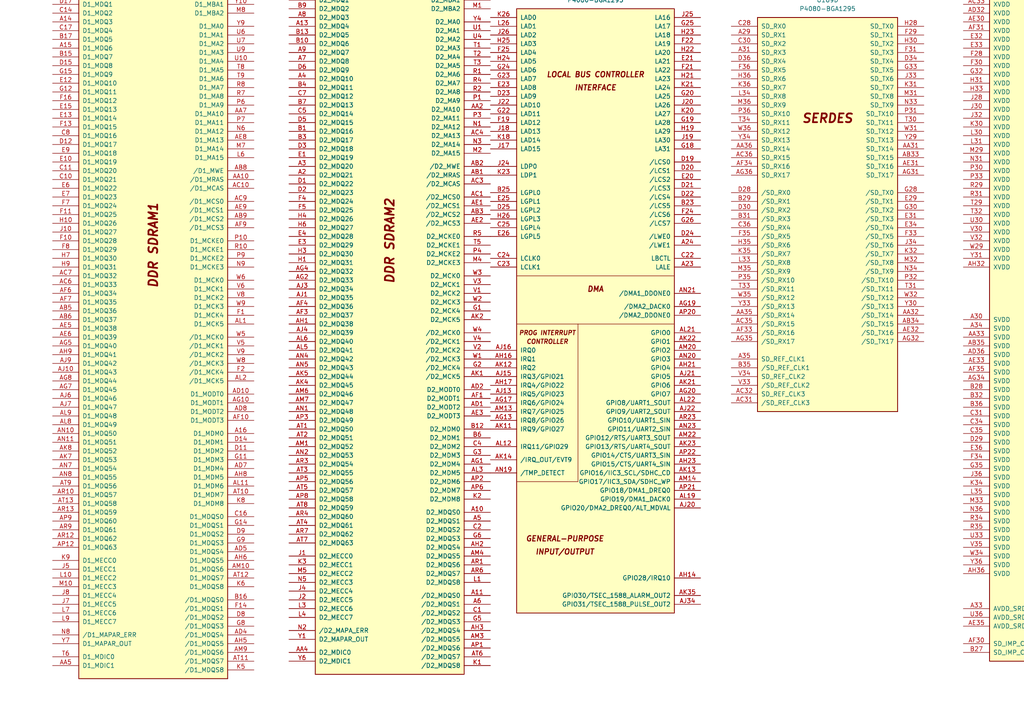
<source format=kicad_sch>
(kicad_sch (version 20250114) (generator "eeschema") (generator_version "9.0")
  (paper "A4")
  (lib_symbols
    (symbol "CPU:P4080-BGA1295" (pin_names (offset 1.016))
      (property "Reference" "U" (at 1.27 19.05 0))
      (property "Value" "P4080-BGA1295" (at 1.27 16.51 0))
      (symbol "P4080-BGA1295_1_1"
        (text "DDR SDRAM1" (at 1.27 26.67 900) (effects (font (size 2.54 2.54) (bold yes) (italic yes))))
        (pin bidirectional line (at -27.94 99.06 0) (length 7.62) (name "D1_MDQ0") (number "A17"))
        (pin bidirectional line (at -27.94 96.52 0) (length 7.62) (name "D1_MDQ1") (number "D17"))
        (pin bidirectional line (at -27.94 93.98 0) (length 7.62) (name "D1_MDQ2") (number "C14"))
        (pin bidirectional line (at -27.94 91.44 0) (length 7.62) (name "D1_MDQ3") (number "A14"))
        (pin bidirectional line (at -27.94 88.9 0) (length 7.62) (name "D1_MDQ4") (number "C17"))
        (pin bidirectional line (at -27.94 86.36 0) (length 7.62) (name "D1_MDQ5") (number "B17"))
        (pin bidirectional line (at -27.94 83.82 0) (length 7.62) (name "D1_MDQ6") (number "A15"))
        (pin bidirectional line (at -27.94 81.28 0) (length 7.62) (name "D1_MDQ7") (number "B15"))
        (pin bidirectional line (at -27.94 78.74 0) (length 7.62) (name "D1_MDQ8") (number "D15"))
        (pin bidirectional line (at -27.94 76.2 0) (length 7.62) (name "D1_MDQ9") (number "G15"))
        (pin bidirectional line (at -27.94 73.66 0) (length 7.62) (name "D1_MDQ10") (number "E12"))
        (pin bidirectional line (at -27.94 71.12 0) (length 7.62) (name "D1_MDQ11") (number "G12"))
        (pin bidirectional line (at -27.94 68.58 0) (length 7.62) (name "D1_MDQ12") (number "F16"))
        (pin bidirectional line (at -27.94 66.04 0) (length 7.62) (name "D1_MDQ13") (number "E15"))
        (pin bidirectional line (at -27.94 63.5 0) (length 7.62) (name "D1_MDQ14") (number "E13"))
        (pin bidirectional line (at -27.94 60.96 0) (length 7.62) (name "D1_MDQ15") (number "F13"))
        (pin bidirectional line (at -27.94 58.42 0) (length 7.62) (name "D1_MDQ16") (number "C8"))
        (pin bidirectional line (at -27.94 55.88 0) (length 7.62) (name "D1_MDQ17") (number "D12"))
        (pin bidirectional line (at -27.94 53.34 0) (length 7.62) (name "D1_MDQ18") (number "E9"))
        (pin bidirectional line (at -27.94 50.8 0) (length 7.62) (name "D1_MDQ19") (number "E10"))
        (pin bidirectional line (at -27.94 48.26 0) (length 7.62) (name "D1_MDQ20") (number "C11"))
        (pin bidirectional line (at -27.94 45.72 0) (length 7.62) (name "D1_MDQ21") (number "C10"))
        (pin bidirectional line (at -27.94 43.18 0) (length 7.62) (name "D1_MDQ22") (number "E6"))
        (pin bidirectional line (at -27.94 40.64 0) (length 7.62) (name "D1_MDQ23") (number "E7"))
        (pin bidirectional line (at -27.94 38.1 0) (length 7.62) (name "D1_MDQ24") (number "F7"))
        (pin bidirectional line (at -27.94 35.56 0) (length 7.62) (name "D1_MDQ25") (number "F11"))
        (pin bidirectional line (at -27.94 33.02 0) (length 7.62) (name "D1_MDQ26") (number "H10"))
        (pin bidirectional line (at -27.94 30.48 0) (length 7.62) (name "D1_MDQ27") (number "J10"))
        (pin bidirectional line (at -27.94 27.94 0) (length 7.62) (name "D1_MDQ28") (number "F10"))
        (pin bidirectional line (at -27.94 25.4 0) (length 7.62) (name "D1_MDQ29") (number "F8"))
        (pin bidirectional line (at -27.94 22.86 0) (length 7.62) (name "D1_MDQ30") (number "H7"))
        (pin bidirectional line (at -27.94 20.32 0) (length 7.62) (name "D1_MDQ31") (number "H9"))
        (pin bidirectional line (at -27.94 17.78 0) (length 7.62) (name "D1_MDQ32") (number "AC7"))
        (pin bidirectional line (at -27.94 15.24 0) (length 7.62) (name "D1_MDQ33") (number "AC6"))
        (pin bidirectional line (at -27.94 12.7 0) (length 7.62) (name "D1_MDQ34") (number "AF6"))
        (pin bidirectional line (at -27.94 10.16 0) (length 7.62) (name "D1_MDQ35") (number "AF7"))
        (pin bidirectional line (at -27.94 7.62 0) (length 7.62) (name "D1_MDQ36") (number "AB5"))
        (pin bidirectional line (at -27.94 5.08 0) (length 7.62) (name "D1_MDQ37") (number "AB6"))
        (pin bidirectional line (at -27.94 2.54 0) (length 7.62) (name "D1_MDQ38") (number "AE5"))
        (pin bidirectional line (at -27.94 0 0) (length 7.62) (name "D1_MDQ39") (number "AE6"))
        (pin bidirectional line (at -27.94 -2.54 0) (length 7.62) (name "D1_MDQ40") (number "AG5"))
        (pin bidirectional line (at -27.94 -5.08 0) (length 7.62) (name "D1_MDQ41") (number "AH9"))
        (pin bidirectional line (at -27.94 -7.62 0) (length 7.62) (name "D1_MDQ42") (number "AJ9"))
        (pin bidirectional line (at -27.94 -10.16 0) (length 7.62) (name "D1_MDQ43") (number "AJ10"))
        (pin bidirectional line (at -27.94 -12.7 0) (length 7.62) (name "D1_MDQ44") (number "AG8"))
        (pin bidirectional line (at -27.94 -15.24 0) (length 7.62) (name "D1_MDQ45") (number "AG7"))
        (pin bidirectional line (at -27.94 -17.78 0) (length 7.62) (name "D1_MDQ46") (number "AJ6"))
        (pin bidirectional line (at -27.94 -20.32 0) (length 7.62) (name "D1_MDQ47") (number "AJ7"))
        (pin bidirectional line (at -27.94 -22.86 0) (length 7.62) (name "D1_MDQ48") (number "AL9"))
        (pin bidirectional line (at -27.94 -25.4 0) (length 7.62) (name "D1_MDQ49") (number "AL8"))
        (pin bidirectional line (at -27.94 -27.94 0) (length 7.62) (name "D1_MDQ50") (number "AN10"))
        (pin bidirectional line (at -27.94 -30.48 0) (length 7.62) (name "D1_MDQ51") (number "AN11"))
        (pin bidirectional line (at -27.94 -33.02 0) (length 7.62) (name "D1_MDQ52") (number "AK8"))
        (pin bidirectional line (at -27.94 -35.56 0) (length 7.62) (name "D1_MDQ53") (number "AK7"))
        (pin bidirectional line (at -27.94 -38.1 0) (length 7.62) (name "D1_MDQ54") (number "AN7"))
        (pin bidirectional line (at -27.94 -40.64 0) (length 7.62) (name "D1_MDQ55") (number "AN8"))
        (pin bidirectional line (at -27.94 -43.18 0) (length 7.62) (name "D1_MDQ56") (number "AT9"))
        (pin bidirectional line (at -27.94 -45.72 0) (length 7.62) (name "D1_MDQ57") (number "AR10"))
        (pin bidirectional line (at -27.94 -48.26 0) (length 7.62) (name "D1_MDQ58") (number "AT13"))
        (pin bidirectional line (at -27.94 -50.8 0) (length 7.62) (name "D1_MDQ59") (number "AR13"))
        (pin bidirectional line (at -27.94 -53.34 0) (length 7.62) (name "D1_MDQ60") (number "AP9"))
        (pin bidirectional line (at -27.94 -55.88 0) (length 7.62) (name "D1_MDQ61") (number "AR9"))
        (pin bidirectional line (at -27.94 -58.42 0) (length 7.62) (name "D1_MDQ62") (number "AR12"))
        (pin bidirectional line (at -27.94 -60.96 0) (length 7.62) (name "D1_MDQ63") (number "AP12"))
        (pin bidirectional line (at -27.94 -64.77 0) (length 7.62) (name "D1_MECC0") (number "K9"))
        (pin bidirectional line (at -27.94 -67.31 0) (length 7.62) (name "D1_MECC1") (number "J5"))
        (pin bidirectional line (at -27.94 -69.85 0) (length 7.62) (name "D1_MECC2") (number "L10"))
        (pin bidirectional line (at -27.94 -72.39 0) (length 7.62) (name "D1_MECC3") (number "M10"))
        (pin bidirectional line (at -27.94 -74.93 0) (length 7.62) (name "D1_MECC4") (number "J8"))
        (pin bidirectional line (at -27.94 -77.47 0) (length 7.62) (name "D1_MECC5") (number "J7"))
        (pin bidirectional line (at -27.94 -80.01 0) (length 7.62) (name "D1_MECC6") (number "L7"))
        (pin bidirectional line (at -27.94 -82.55 0) (length 7.62) (name "D1_MECC7") (number "L9"))
        (pin input line (at -27.94 -86.36 0) (length 7.62) (name "/D1_MAPAR_ERR") (number "N8"))
        (pin output line (at -27.94 -88.9 0) (length 7.62) (name "D1_MAPAR_OUT") (number "Y7"))
        (pin bidirectional line (at -27.94 -92.71 0) (length 7.62) (name "D1_MDIC0") (number "T6"))
        (pin bidirectional line (at -27.94 -95.25 0) (length 7.62) (name "D1_MDIC1") (number "AA5"))
        (pin output line (at 30.48 99.06 180) (length 7.62) (name "D1_MBA0") (number "AA8"))
        (pin output line (at 30.48 96.52 180) (length 7.62) (name "D1_MBA1") (number "Y10"))
        (pin output line (at 30.48 93.98 180) (length 7.62) (name "D1_MBA2") (number "M8"))
        (pin output line (at 30.48 90.17 180) (length 7.62) (name "D1_MA0") (number "Y9"))
        (pin output line (at 30.48 87.63 180) (length 7.62) (name "D1_MA1") (number "U6"))
        (pin output line (at 30.48 85.09 180) (length 7.62) (name "D1_MA2") (number "U7"))
        (pin output line (at 30.48 82.55 180) (length 7.62) (name "D1_MA3") (number "U9"))
        (pin output line (at 30.48 80.01 180) (length 7.62) (name "D1_MA4") (number "U10"))
        (pin output line (at 30.48 77.47 180) (length 7.62) (name "D1_MA5") (number "T8"))
        (pin output line (at 30.48 74.93 180) (length 7.62) (name "D1_MA6") (number "T9"))
        (pin output line (at 30.48 72.39 180) (length 7.62) (name "D1_MA7") (number "R8"))
        (pin output line (at 30.48 69.85 180) (length 7.62) (name "D1_MA8") (number "R7"))
        (pin output line (at 30.48 67.31 180) (length 7.62) (name "D1_MA9") (number "P6"))
        (pin output line (at 30.48 64.77 180) (length 7.62) (name "D1_MA10") (number "AA7"))
        (pin output line (at 30.48 62.23 180) (length 7.62) (name "D1_MA11") (number "P7"))
        (pin output line (at 30.48 59.69 180) (length 7.62) (name "D1_MA12") (number "N6"))
        (pin output line (at 30.48 57.15 180) (length 7.62) (name "D1_MA13") (number "AE8"))
        (pin output line (at 30.48 54.61 180) (length 7.62) (name "D1_MA14") (number "M7"))
        (pin output line (at 30.48 52.07 180) (length 7.62) (name "D1_MA15") (number "L6"))
        (pin output line (at 30.48 48.26 180) (length 7.62) (name "/D1_MWE") (number "AB8"))
        (pin output line (at 30.48 45.72 180) (length 7.62) (name "/D1_MRAS") (number "AA10"))
        (pin output line (at 30.48 43.18 180) (length 7.62) (name "/D1_MCAS") (number "AC10"))
        (pin output line (at 30.48 39.37 180) (length 7.62) (name "/D1_MCS0") (number "AC9"))
        (pin output line (at 30.48 36.83 180) (length 7.62) (name "/D1_MCS1") (number "AE9"))
        (pin output line (at 30.48 34.29 180) (length 7.62) (name "/D1_MCS2") (number "AB9"))
        (pin output line (at 30.48 31.75 180) (length 7.62) (name "/D1_MCS3") (number "AF9"))
        (pin output line (at 30.48 27.94 180) (length 7.62) (name "D1_MCKE0") (number "P10"))
        (pin output line (at 30.48 25.4 180) (length 7.62) (name "D1_MCKE1") (number "R10"))
        (pin output line (at 30.48 22.86 180) (length 7.62) (name "D1_MCKE2") (number "P9"))
        (pin output line (at 30.48 20.32 180) (length 7.62) (name "D1_MCKE3") (number "N9"))
        (pin output line (at 30.48 16.51 180) (length 7.62) (name "D1_MCK0") (number "W6"))
        (pin output line (at 30.48 13.97 180) (length 7.62) (name "D1_MCK1") (number "V6"))
        (pin output line (at 30.48 11.43 180) (length 7.62) (name "D1_MCK2") (number "V8"))
        (pin output line (at 30.48 8.89 180) (length 7.62) (name "D1_MCK3") (number "W9"))
        (pin output line (at 30.48 6.35 180) (length 7.62) (name "D1_MCK4") (number "F1"))
        (pin output line (at 30.48 3.81 180) (length 7.62) (name "D1_MCK5") (number "AL1"))
        (pin output line (at 30.48 0 180) (length 7.62) (name "/D1_MCK0") (number "W5"))
        (pin output line (at 30.48 -2.54 180) (length 7.62) (name "/D1_MCK1") (number "V5"))
        (pin output line (at 30.48 -5.08 180) (length 7.62) (name "/D1_MCK2") (number "V9"))
        (pin output line (at 30.48 -7.62 180) (length 7.62) (name "/D1_MCK3") (number "W8"))
        (pin output line (at 30.48 -10.16 180) (length 7.62) (name "/D1_MCK4") (number "F2"))
        (pin output line (at 30.48 -12.7 180) (length 7.62) (name "/D1_MCK5") (number "AL2"))
        (pin output line (at 30.48 -16.51 180) (length 7.62) (name "D1_MODT0") (number "AD10"))
        (pin output line (at 30.48 -19.05 180) (length 7.62) (name "D1_MODT1") (number "AG10"))
        (pin output line (at 30.48 -21.59 180) (length 7.62) (name "D1_MODT2") (number "AD8"))
        (pin output line (at 30.48 -24.13 180) (length 7.62) (name "D1_MODT3") (number "AF10"))
        (pin output line (at 30.48 -27.94 180) (length 7.62) (name "D1_MDM0") (number "A16"))
        (pin output line (at 30.48 -30.48 180) (length 7.62) (name "D1_MDM1") (number "D14"))
        (pin output line (at 30.48 -33.02 180) (length 7.62) (name "D1_MDM2") (number "D11"))
        (pin output line (at 30.48 -35.56 180) (length 7.62) (name "D1_MDM3") (number "G11"))
        (pin output line (at 30.48 -38.1 180) (length 7.62) (name "D1_MDM4") (number "AD7"))
        (pin output line (at 30.48 -40.64 180) (length 7.62) (name "D1_MDM5") (number "AH8"))
        (pin output line (at 30.48 -43.18 180) (length 7.62) (name "D1_MDM6") (number "AL11"))
        (pin output line (at 30.48 -45.72 180) (length 7.62) (name "D1_MDM7") (number "AT10"))
        (pin output line (at 30.48 -48.26 180) (length 7.62) (name "D1_MDM8") (number "K8"))
        (pin bidirectional line (at 30.48 -52.07 180) (length 7.62) (name "D1_MDQS0") (number "C16"))
        (pin bidirectional line (at 30.48 -54.61 180) (length 7.62) (name "D1_MDQS1") (number "G14"))
        (pin bidirectional line (at 30.48 -57.15 180) (length 7.62) (name "D1_MDQS2") (number "D9"))
        (pin bidirectional line (at 30.48 -59.69 180) (length 7.62) (name "D1_MDQS3") (number "G9"))
        (pin bidirectional line (at 30.48 -62.23 180) (length 7.62) (name "D1_MDQS4") (number "AD5"))
        (pin bidirectional line (at 30.48 -64.77 180) (length 7.62) (name "D1_MDQS5") (number "AH6"))
        (pin bidirectional line (at 30.48 -67.31 180) (length 7.62) (name "D1_MDQS6") (number "AM10"))
        (pin bidirectional line (at 30.48 -69.85 180) (length 7.62) (name "D1_MDQS7") (number "AT12"))
        (pin bidirectional line (at 30.48 -72.39 180) (length 7.62) (name "D1_MDQS8") (number "K6"))
        (pin bidirectional line (at 30.48 -76.2 180) (length 7.62) (name "/D1_MDQS0") (number "B16"))
        (pin bidirectional line (at 30.48 -78.74 180) (length 7.62) (name "/D1_MDQS1") (number "F14"))
        (pin bidirectional line (at 30.48 -81.28 180) (length 7.62) (name "/D1_MDQS2") (number "D8"))
        (pin bidirectional line (at 30.48 -83.82 180) (length 7.62) (name "/D1_MDQS3") (number "G8"))
        (pin bidirectional line (at 30.48 -86.36 180) (length 7.62) (name "/D1_MDQS4") (number "AD4"))
        (pin bidirectional line (at 30.48 -88.9 180) (length 7.62) (name "/D1_MDQS5") (number "AH5"))
        (pin bidirectional line (at 30.48 -91.44 180) (length 7.62) (name "/D1_MDQS6") (number "AM9"))
        (pin bidirectional line (at 30.48 -93.98 180) (length 7.62) (name "/D1_MDQS7") (number "AT11"))
        (pin bidirectional line (at 30.48 -96.52 180) (length 7.62) (name "/D1_MDQS8") (number "K5"))
      )
      (symbol "P4080-BGA1295_2_1"
        (text "DDR SDRAM2" (at 1.27 26.67 900) (effects (font (size 2.54 2.54) (bold yes) (italic yes))))
        (pin bidirectional line (at -27.94 99.06 0) (length 7.62) (name "D2_MDQ0") (number "C13"))
        (pin bidirectional line (at -27.94 96.52 0) (length 7.62) (name "D2_MDQ1") (number "A12"))
        (pin bidirectional line (at -27.94 93.98 0) (length 7.62) (name "D2_MDQ2") (number "B9"))
        (pin bidirectional line (at -27.94 91.44 0) (length 7.62) (name "D2_MDQ3") (number "A8"))
        (pin bidirectional line (at -27.94 88.9 0) (length 7.62) (name "D2_MDQ4") (number "A13"))
        (pin bidirectional line (at -27.94 86.36 0) (length 7.62) (name "D2_MDQ5") (number "B13"))
        (pin bidirectional line (at -27.94 83.82 0) (length 7.62) (name "D2_MDQ6") (number "B10"))
        (pin bidirectional line (at -27.94 81.28 0) (length 7.62) (name "D2_MDQ7") (number "A9"))
        (pin bidirectional line (at -27.94 78.74 0) (length 7.62) (name "D2_MDQ8") (number "A7"))
        (pin bidirectional line (at -27.94 76.2 0) (length 7.62) (name "D2_MDQ9") (number "D6"))
        (pin bidirectional line (at -27.94 73.66 0) (length 7.62) (name "D2_MDQ10") (number "A4"))
        (pin bidirectional line (at -27.94 71.12 0) (length 7.62) (name "D2_MDQ11") (number "B4"))
        (pin bidirectional line (at -27.94 68.58 0) (length 7.62) (name "D2_MDQ12") (number "C7"))
        (pin bidirectional line (at -27.94 66.04 0) (length 7.62) (name "D2_MDQ13") (number "B7"))
        (pin bidirectional line (at -27.94 63.5 0) (length 7.62) (name "D2_MDQ14") (number "C5"))
        (pin bidirectional line (at -27.94 60.96 0) (length 7.62) (name "D2_MDQ15") (number "D5"))
        (pin bidirectional line (at -27.94 58.42 0) (length 7.62) (name "D2_MDQ16") (number "B1"))
        (pin bidirectional line (at -27.94 55.88 0) (length 7.62) (name "D2_MDQ17") (number "B3"))
        (pin bidirectional line (at -27.94 53.34 0) (length 7.62) (name "D2_MDQ18") (number "D3"))
        (pin bidirectional line (at -27.94 50.8 0) (length 7.62) (name "D2_MDQ19") (number "E1"))
        (pin bidirectional line (at -27.94 48.26 0) (length 7.62) (name "D2_MDQ20") (number "A3"))
        (pin bidirectional line (at -27.94 45.72 0) (length 7.62) (name "D2_MDQ21") (number "A2"))
        (pin bidirectional line (at -27.94 43.18 0) (length 7.62) (name "D2_MDQ22") (number "D1"))
        (pin bidirectional line (at -27.94 40.64 0) (length 7.62) (name "D2_MDQ23") (number "D2"))
        (pin bidirectional line (at -27.94 38.1 0) (length 7.62) (name "D2_MDQ24") (number "F4"))
        (pin bidirectional line (at -27.94 35.56 0) (length 7.62) (name "D2_MDQ25") (number "F5"))
        (pin bidirectional line (at -27.94 33.02 0) (length 7.62) (name "D2_MDQ26") (number "H4"))
        (pin bidirectional line (at -27.94 30.48 0) (length 7.62) (name "D2_MDQ27") (number "H6"))
        (pin bidirectional line (at -27.94 27.94 0) (length 7.62) (name "D2_MDQ28") (number "E4"))
        (pin bidirectional line (at -27.94 25.4 0) (length 7.62) (name "D2_MDQ29") (number "E3"))
        (pin bidirectional line (at -27.94 22.86 0) (length 7.62) (name "D2_MDQ30") (number "H3"))
        (pin bidirectional line (at -27.94 20.32 0) (length 7.62) (name "D2_MDQ31") (number "H1"))
        (pin bidirectional line (at -27.94 17.78 0) (length 7.62) (name "D2_MDQ32") (number "AG4"))
        (pin bidirectional line (at -27.94 15.24 0) (length 7.62) (name "D2_MDQ33") (number "AG2"))
        (pin bidirectional line (at -27.94 12.7 0) (length 7.62) (name "D2_MDQ34") (number "AJ3"))
        (pin bidirectional line (at -27.94 10.16 0) (length 7.62) (name "D2_MDQ35") (number "AJ1"))
        (pin bidirectional line (at -27.94 7.62 0) (length 7.62) (name "D2_MDQ36") (number "AF4"))
        (pin bidirectional line (at -27.94 5.08 0) (length 7.62) (name "D2_MDQ37") (number "AF3"))
        (pin bidirectional line (at -27.94 2.54 0) (length 7.62) (name "D2_MDQ38") (number "AH1"))
        (pin bidirectional line (at -27.94 0 0) (length 7.62) (name "D2_MDQ39") (number "AJ4"))
        (pin bidirectional line (at -27.94 -2.54 0) (length 7.62) (name "D2_MDQ40") (number "AL6"))
        (pin bidirectional line (at -27.94 -5.08 0) (length 7.62) (name "D2_MDQ41") (number "AL5"))
        (pin bidirectional line (at -27.94 -7.62 0) (length 7.62) (name "D2_MDQ42") (number "AN4"))
        (pin bidirectional line (at -27.94 -10.16 0) (length 7.62) (name "D2_MDQ43") (number "AN5"))
        (pin bidirectional line (at -27.94 -12.7 0) (length 7.62) (name "D2_MDQ44") (number "AK5"))
        (pin bidirectional line (at -27.94 -15.24 0) (length 7.62) (name "D2_MDQ45") (number "AK4"))
        (pin bidirectional line (at -27.94 -17.78 0) (length 7.62) (name "D2_MDQ46") (number "AM6"))
        (pin bidirectional line (at -27.94 -20.32 0) (length 7.62) (name "D2_MDQ47") (number "AM7"))
        (pin bidirectional line (at -27.94 -22.86 0) (length 7.62) (name "D2_MDQ48") (number "AN1"))
        (pin bidirectional line (at -27.94 -25.4 0) (length 7.62) (name "D2_MDQ49") (number "AP3"))
        (pin bidirectional line (at -27.94 -27.94 0) (length 7.62) (name "D2_MDQ50") (number "AT1"))
        (pin bidirectional line (at -27.94 -30.48 0) (length 7.62) (name "D2_MDQ51") (number "AT2"))
        (pin bidirectional line (at -27.94 -33.02 0) (length 7.62) (name "D2_MDQ52") (number "AM1"))
        (pin bidirectional line (at -27.94 -35.56 0) (length 7.62) (name "D2_MDQ53") (number "AN2"))
        (pin bidirectional line (at -27.94 -38.1 0) (length 7.62) (name "D2_MDQ54") (number "AR3"))
        (pin bidirectional line (at -27.94 -40.64 0) (length 7.62) (name "D2_MDQ55") (number "AT3"))
        (pin bidirectional line (at -27.94 -43.18 0) (length 7.62) (name "D2_MDQ56") (number "AP5"))
        (pin bidirectional line (at -27.94 -45.72 0) (length 7.62) (name "D2_MDQ57") (number "AT5"))
        (pin bidirectional line (at -27.94 -48.26 0) (length 7.62) (name "D2_MDQ58") (number "AP8"))
        (pin bidirectional line (at -27.94 -50.8 0) (length 7.62) (name "D2_MDQ59") (number "AT8"))
        (pin bidirectional line (at -27.94 -53.34 0) (length 7.62) (name "D2_MDQ60") (number "AR4"))
        (pin bidirectional line (at -27.94 -55.88 0) (length 7.62) (name "D2_MDQ61") (number "AT4"))
        (pin bidirectional line (at -27.94 -58.42 0) (length 7.62) (name "D2_MDQ62") (number "AR7"))
        (pin bidirectional line (at -27.94 -60.96 0) (length 7.62) (name "D2_MDQ63") (number "AT7"))
        (pin bidirectional line (at -27.94 -64.77 0) (length 7.62) (name "D2_MECC0") (number "J1"))
        (pin bidirectional line (at -27.94 -67.31 0) (length 7.62) (name "D2_MECC1") (number "K3"))
        (pin bidirectional line (at -27.94 -69.85 0) (length 7.62) (name "D2_MECC2") (number "M5"))
        (pin bidirectional line (at -27.94 -72.39 0) (length 7.62) (name "D2_MECC3") (number "N5"))
        (pin bidirectional line (at -27.94 -74.93 0) (length 7.62) (name "D2_MECC4") (number "J4"))
        (pin bidirectional line (at -27.94 -77.47 0) (length 7.62) (name "D2_MECC5") (number "J2"))
        (pin bidirectional line (at -27.94 -80.01 0) (length 7.62) (name "D2_MECC6") (number "L3"))
        (pin bidirectional line (at -27.94 -82.55 0) (length 7.62) (name "D2_MECC7") (number "L4"))
        (pin input line (at -27.94 -86.36 0) (length 7.62) (name "/D2_MAPA_ERR") (number "N2"))
        (pin output line (at -27.94 -88.9 0) (length 7.62) (name "D2_MAPAR_OUT") (number "Y1"))
        (pin bidirectional line (at -27.94 -92.71 0) (length 7.62) (name "D2_MDIC0") (number "AA4"))
        (pin bidirectional line (at -27.94 -95.25 0) (length 7.62) (name "D2_MDIC1") (number "Y6"))
        (pin output line (at 30.48 99.06 180) (length 7.62) (name "D2_MBA0") (number "AA3"))
        (pin output line (at 30.48 96.52 180) (length 7.62) (name "D2_MBA1") (number "AA1"))
        (pin output line (at 30.48 93.98 180) (length 7.62) (name "D2_MBA2") (number "M1"))
        (pin output line (at 30.48 90.17 180) (length 7.62) (name "D2_MA0") (number "Y4"))
        (pin output line (at 30.48 87.63 180) (length 7.62) (name "D2_MA1") (number "U1"))
        (pin output line (at 30.48 85.09 180) (length 7.62) (name "D2_MA2") (number "U4"))
        (pin output line (at 30.48 82.55 180) (length 7.62) (name "D2_MA3") (number "T1"))
        (pin output line (at 30.48 80.01 180) (length 7.62) (name "D2_MA4") (number "T2"))
        (pin output line (at 30.48 77.47 180) (length 7.62) (name "D2_MA5") (number "T3"))
        (pin output line (at 30.48 74.93 180) (length 7.62) (name "D2_MA6") (number "R1"))
        (pin output line (at 30.48 72.39 180) (length 7.62) (name "D2_MA7") (number "R4"))
        (pin output line (at 30.48 69.85 180) (length 7.62) (name "D2_MA8") (number "R2"))
        (pin output line (at 30.48 67.31 180) (length 7.62) (name "D2_MA9") (number "P1"))
        (pin output line (at 30.48 64.77 180) (length 7.62) (name "D2_MA10") (number "AA2"))
        (pin output line (at 30.48 62.23 180) (length 7.62) (name "D2_MA11") (number "P3"))
        (pin output line (at 30.48 59.69 180) (length 7.62) (name "D2_MA12") (number "N1"))
        (pin output line (at 30.48 57.15 180) (length 7.62) (name "D2_MA13") (number "AC4"))
        (pin output line (at 30.48 54.61 180) (length 7.62) (name "D2_MA14") (number "N3"))
        (pin output line (at 30.48 52.07 180) (length 7.62) (name "D2_MA15") (number "M2"))
        (pin output line (at 30.48 48.26 180) (length 7.62) (name "/D2_MWE") (number "AB2"))
        (pin output line (at 30.48 45.72 180) (length 7.62) (name "/D2_MRAS") (number "AB1"))
        (pin output line (at 30.48 43.18 180) (length 7.62) (name "/D2_MCAS") (number "AC3"))
        (pin output line (at 30.48 39.37 180) (length 7.62) (name "/D2_MCS0") (number "AC1"))
        (pin output line (at 30.48 36.83 180) (length 7.62) (name "/D2_MCS1") (number "AE1"))
        (pin output line (at 30.48 34.29 180) (length 7.62) (name "/D2_MCS2") (number "AB3"))
        (pin output line (at 30.48 31.75 180) (length 7.62) (name "/D2_MCS3") (number "AE2"))
        (pin output line (at 30.48 27.94 180) (length 7.62) (name "D2_MCKE0") (number "R5"))
        (pin output line (at 30.48 25.4 180) (length 7.62) (name "D2_MCKE1") (number "T5"))
        (pin output line (at 30.48 22.86 180) (length 7.62) (name "D2_MCKE2") (number "P4"))
        (pin output line (at 30.48 20.32 180) (length 7.62) (name "D2_MCKE3") (number "M4"))
        (pin output line (at 30.48 16.51 180) (length 7.62) (name "D2_MCK0") (number "W3"))
        (pin output line (at 30.48 13.97 180) (length 7.62) (name "D2_MCK1") (number "V3"))
        (pin output line (at 30.48 11.43 180) (length 7.62) (name "D2_MCK2") (number "V1"))
        (pin output line (at 30.48 8.89 180) (length 7.62) (name "D2_MCK3") (number "W2"))
        (pin output line (at 30.48 6.35 180) (length 7.62) (name "D2_MCK4") (number "G1"))
        (pin output line (at 30.48 3.81 180) (length 7.62) (name "D2_MCK5") (number "AK2"))
        (pin output line (at 30.48 0 180) (length 7.62) (name "/D2_MCK0") (number "W4"))
        (pin output line (at 30.48 -2.54 180) (length 7.62) (name "/D2_MCK1") (number "V4"))
        (pin output line (at 30.48 -5.08 180) (length 7.62) (name "/D2_MCK2") (number "V2"))
        (pin output line (at 30.48 -7.62 180) (length 7.62) (name "/D2_MCK3") (number "W1"))
        (pin output line (at 30.48 -10.16 180) (length 7.62) (name "/D2_MCK4") (number "G2"))
        (pin output line (at 30.48 -12.7 180) (length 7.62) (name "/D2_MCK5") (number "AK1"))
        (pin output line (at 30.48 -16.51 180) (length 7.62) (name "D2_MODT0") (number "AD2"))
        (pin output line (at 30.48 -19.05 180) (length 7.62) (name "D2_MODT1") (number "AF1"))
        (pin output line (at 30.48 -21.59 180) (length 7.62) (name "D2_MODT2") (number "AD1"))
        (pin output line (at 30.48 -24.13 180) (length 7.62) (name "D2_MODT3") (number "AE3"))
        (pin output line (at 30.48 -27.94 180) (length 7.62) (name "D2_MDM0") (number "B12"))
        (pin output line (at 30.48 -30.48 180) (length 7.62) (name "D2_MDM1") (number "B6"))
        (pin output line (at 30.48 -33.02 180) (length 7.62) (name "D2_MDM2") (number "C4"))
        (pin output line (at 30.48 -35.56 180) (length 7.62) (name "D2_MDM3") (number "G3"))
        (pin output line (at 30.48 -38.1 180) (length 7.62) (name "D2_MDM4") (number "AG1"))
        (pin output line (at 30.48 -40.64 180) (length 7.62) (name "D2_MDM5") (number "AL3"))
        (pin output line (at 30.48 -43.18 180) (length 7.62) (name "D2_MDM6") (number "AP2"))
        (pin output line (at 30.48 -45.72 180) (length 7.62) (name "D2_MDM7") (number "AP6"))
        (pin output line (at 30.48 -48.26 180) (length 7.62) (name "D2_MDM8") (number "K2"))
        (pin bidirectional line (at 30.48 -52.07 180) (length 7.62) (name "D2_MDQS0") (number "A10"))
        (pin bidirectional line (at 30.48 -54.61 180) (length 7.62) (name "D2_MDQS1") (number "A5"))
        (pin bidirectional line (at 30.48 -57.15 180) (length 7.62) (name "D2_MDQS2") (number "C2"))
        (pin bidirectional line (at 30.48 -59.69 180) (length 7.62) (name "D2_MDQS3") (number "G6"))
        (pin bidirectional line (at 30.48 -62.23 180) (length 7.62) (name "D2_MDQS4") (number "AH2"))
        (pin bidirectional line (at 30.48 -64.77 180) (length 7.62) (name "D2_MDQS5") (number "AM4"))
        (pin bidirectional line (at 30.48 -67.31 180) (length 7.62) (name "D2_MDQS6") (number "AR1"))
        (pin bidirectional line (at 30.48 -69.85 180) (length 7.62) (name "D2_MDQS7") (number "AR6"))
        (pin bidirectional line (at 30.48 -72.39 180) (length 7.62) (name "D2_MDQS8") (number "L1"))
        (pin bidirectional line (at 30.48 -76.2 180) (length 7.62) (name "/D2_MDQS0") (number "A11"))
        (pin bidirectional line (at 30.48 -78.74 180) (length 7.62) (name "/D2_MDQS1") (number "A6"))
        (pin bidirectional line (at 30.48 -81.28 180) (length 7.62) (name "/D2_MDQS2") (number "C1"))
        (pin bidirectional line (at 30.48 -83.82 180) (length 7.62) (name "/D2_MDQS3") (number "G5"))
        (pin bidirectional line (at 30.48 -86.36 180) (length 7.62) (name "/D2_MDQS4") (number "AH3"))
        (pin bidirectional line (at 30.48 -88.9 180) (length 7.62) (name "/D2_MDQS5") (number "AM3"))
        (pin bidirectional line (at 30.48 -91.44 180) (length 7.62) (name "/D2_MDQS6") (number "AP1"))
        (pin bidirectional line (at 30.48 -93.98 180) (length 7.62) (name "/D2_MDQS7") (number "AT6"))
        (pin bidirectional line (at 30.48 -96.52 180) (length 7.62) (name "/D2_MDQS8") (number "K1"))
      )
      (symbol "P4080-BGA1295_3_1"
        (text "PROG INTERRUPT" (at -13.97 -5.08 0) (effects (font (size 1.27 1.27) (bold yes) (italic yes))))
        (text "CONTROLLER" (at -13.97 -7.62 0) (effects (font (size 1.27 1.27) (bold yes) (italic yes))))
        (text "GENERAL-PURPOSE" (at -8.89 -64.77 0) (effects (font (size 1.524 1.524) (bold yes) (italic yes))))
        (text "INPUT/OUTPUT" (at -8.89 -68.58 0) (effects (font (size 1.524 1.524) (bold yes) (italic yes))))
        (text "LOCAL BUS CONTROLLER" (at 0 69.85 0) (effects (font (size 1.524 1.524) (bold yes) (italic yes))))
        (text "INTERFACE" (at 0 66.04 0) (effects (font (size 1.524 1.524) (bold yes) (italic yes))))
        (text "DMA" (at 0 7.62 0) (effects (font (size 1.524 1.524) (bold yes) (italic yes))))
        (pin bidirectional line (at -30.48 86.36 0) (length 7.62) (name "LAD0") (number "K26"))
        (pin bidirectional line (at -30.48 83.82 0) (length 7.62) (name "LAD1") (number "L26"))
        (pin bidirectional line (at -30.48 81.28 0) (length 7.62) (name "LAD2") (number "J26"))
        (pin bidirectional line (at -30.48 78.74 0) (length 7.62) (name "LAD3") (number "H25"))
        (pin bidirectional line (at -30.48 76.2 0) (length 7.62) (name "LAD4") (number "F25"))
        (pin bidirectional line (at -30.48 73.66 0) (length 7.62) (name "LAD5") (number "H24"))
        (pin bidirectional line (at -30.48 71.12 0) (length 7.62) (name "LAD6") (number "G24"))
        (pin bidirectional line (at -30.48 68.58 0) (length 7.62) (name "LAD7") (number "G23"))
        (pin bidirectional line (at -30.48 66.04 0) (length 7.62) (name "LAD8") (number "E23"))
        (pin bidirectional line (at -30.48 63.5 0) (length 7.62) (name "LAD9") (number "D23"))
        (pin bidirectional line (at -30.48 60.96 0) (length 7.62) (name "LAD10") (number "J22"))
        (pin bidirectional line (at -30.48 58.42 0) (length 7.62) (name "LAD11") (number "G22"))
        (pin bidirectional line (at -30.48 55.88 0) (length 7.62) (name "LAD12") (number "F19"))
        (pin bidirectional line (at -30.48 53.34 0) (length 7.62) (name "LAD13") (number "J18"))
        (pin bidirectional line (at -30.48 50.8 0) (length 7.62) (name "LAD14") (number "K18"))
        (pin bidirectional line (at -30.48 48.26 0) (length 7.62) (name "LAD15") (number "J17"))
        (pin bidirectional line (at -30.48 43.18 0) (length 7.62) (name "LDP0") (number "J24"))
        (pin bidirectional line (at -30.48 40.64 0) (length 7.62) (name "LDP1") (number "K23"))
        (pin output line (at -30.48 35.56 0) (length 7.62) (name "LGPL0") (number "B25"))
        (pin output line (at -30.48 33.02 0) (length 7.62) (name "LGPL1") (number "E25"))
        (pin output line (at -30.48 30.48 0) (length 7.62) (name "LGPL2") (number "D25"))
        (pin output line (at -30.48 27.94 0) (length 7.62) (name "LGPL3") (number "H26"))
        (pin bidirectional line (at -30.48 25.4 0) (length 7.62) (name "LGPL4") (number "C25"))
        (pin output line (at -30.48 22.86 0) (length 7.62) (name "LGPL5") (number "E26"))
        (pin output line (at -30.48 16.51 0) (length 7.62) (name "LCLK0") (number "C24"))
        (pin output line (at -30.48 13.97 0) (length 7.62) (name "LCLK1") (number "C23"))
        (pin input line (at -30.48 -10.16 0) (length 7.62) (name "IRQ0") (number "AJ16"))
        (pin input line (at -30.48 -12.7 0) (length 7.62) (name "IRQ1") (number "AH16"))
        (pin input line (at -30.48 -15.24 0) (length 7.62) (name "IRQ2") (number "AK12"))
        (pin input line (at -30.48 -17.78 0) (length 7.62) (name "IRQ3/GPIO21") (number "AJ15"))
        (pin input line (at -30.48 -20.32 0) (length 7.62) (name "IRQ4/GPIO22") (number "AH17"))
        (pin input line (at -30.48 -22.86 0) (length 7.62) (name "IRQ5/GPIO23") (number "AJ13"))
        (pin input line (at -30.48 -25.4 0) (length 7.62) (name "IRQ6/GPIO24") (number "AG17"))
        (pin input line (at -30.48 -27.94 0) (length 7.62) (name "IRQ7/GPIO25") (number "AM13"))
        (pin input line (at -30.48 -30.48 0) (length 7.62) (name "IRQ8/GPIO26") (number "AG13"))
        (pin input line (at -30.48 -33.02 0) (length 7.62) (name "IRQ9/GPIO27") (number "AK11"))
        (pin input line (at -30.48 -38.1 0) (length 7.62) (name "IRQ11/GPIO29") (number "AL12"))
        (pin output line (at -30.48 -41.91 0) (length 7.62) (name "/IRQ_OUT/EVT9") (number "AK14"))
        (pin input line (at -30.48 -45.72 0) (length 7.62) (name "/TMP_DETECT") (number "AN19"))
        (pin output line (at 30.48 86.36 180) (length 7.62) (name "LA16") (number "J25"))
        (pin output line (at 30.48 83.82 180) (length 7.62) (name "LA17") (number "G25"))
        (pin output line (at 30.48 81.28 180) (length 7.62) (name "LA18") (number "H23"))
        (pin output line (at 30.48 78.74 180) (length 7.62) (name "LA19") (number "F22"))
        (pin output line (at 30.48 76.2 180) (length 7.62) (name "LA20") (number "H22"))
        (pin output line (at 30.48 73.66 180) (length 7.62) (name "LA21") (number "E21"))
        (pin output line (at 30.48 71.12 180) (length 7.62) (name "LA22") (number "F21"))
        (pin output line (at 30.48 68.58 180) (length 7.62) (name "LA23") (number "H21"))
        (pin output line (at 30.48 66.04 180) (length 7.62) (name "LA24") (number "K21"))
        (pin output line (at 30.48 63.5 180) (length 7.62) (name "LA25") (number "G20"))
        (pin output line (at 30.48 60.96 180) (length 7.62) (name "LA26") (number "J20"))
        (pin output line (at 30.48 58.42 180) (length 7.62) (name "LA27") (number "K20"))
        (pin output line (at 30.48 55.88 180) (length 7.62) (name "LA28") (number "G19"))
        (pin output line (at 30.48 53.34 180) (length 7.62) (name "LA29") (number "H19"))
        (pin output line (at 30.48 50.8 180) (length 7.62) (name "LA30") (number "J19"))
        (pin output line (at 30.48 48.26 180) (length 7.62) (name "LA31") (number "G18"))
        (pin output line (at 30.48 44.45 180) (length 7.62) (name "/LCS0") (number "D19"))
        (pin output line (at 30.48 41.91 180) (length 7.62) (name "/LCS1") (number "D20"))
        (pin output line (at 30.48 39.37 180) (length 7.62) (name "/LCS2") (number "E20"))
        (pin output line (at 30.48 36.83 180) (length 7.62) (name "/LCS3") (number "D21"))
        (pin output line (at 30.48 34.29 180) (length 7.62) (name "/LCS4") (number "D22"))
        (pin output line (at 30.48 31.75 180) (length 7.62) (name "/LCS5") (number "B23"))
        (pin output line (at 30.48 29.21 180) (length 7.62) (name "/LCS6") (number "F24"))
        (pin output line (at 30.48 26.67 180) (length 7.62) (name "/LCS7") (number "G26"))
        (pin output line (at 30.48 22.86 180) (length 7.62) (name "/LWE0") (number "D24"))
        (pin output line (at 30.48 20.32 180) (length 7.62) (name "/LWE1") (number "A24"))
        (pin output line (at 30.48 16.51 180) (length 7.62) (name "LBCTL") (number "C22"))
        (pin bidirectional line (at 30.48 13.97 180) (length 7.62) (name "LALE") (number "A23"))
        (pin output line (at 30.48 6.35 180) (length 7.62) (name "/DMA1_DDONE0") (number "AN21"))
        (pin output line (at 30.48 2.54 180) (length 7.62) (name "/DMA2_DACK0") (number "AG19"))
        (pin output line (at 30.48 0 180) (length 7.62) (name "/DMA2_DDONE0") (number "AP20"))
        (pin bidirectional line (at 30.48 -5.08 180) (length 7.62) (name "GPIO0") (number "AL21"))
        (pin bidirectional line (at 30.48 -7.62 180) (length 7.62) (name "GPIO1") (number "AK22"))
        (pin bidirectional line (at 30.48 -10.16 180) (length 7.62) (name "GPIO2") (number "AM20"))
        (pin bidirectional line (at 30.48 -12.7 180) (length 7.62) (name "GPIO3") (number "AN20"))
        (pin bidirectional line (at 30.48 -15.24 180) (length 7.62) (name "GPIO4") (number "AH21"))
        (pin bidirectional line (at 30.48 -17.78 180) (length 7.62) (name "GPIO5") (number "AJ21"))
        (pin bidirectional line (at 30.48 -20.32 180) (length 7.62) (name "GPIO6") (number "AK21"))
        (pin bidirectional line (at 30.48 -22.86 180) (length 7.62) (name "GPIO7") (number "AG20"))
        (pin bidirectional line (at 30.48 -25.4 180) (length 7.62) (name "GPIO8/UART1_SOUT") (number "AL22"))
        (pin bidirectional line (at 30.48 -27.94 180) (length 7.62) (name "GPIO9/UART2_SOUT") (number "AJ22"))
        (pin bidirectional line (at 30.48 -30.48 180) (length 7.62) (name "GPIO10/UART1_SIN") (number "AR23"))
        (pin bidirectional line (at 30.48 -33.02 180) (length 7.62) (name "GPIO11/UART2_SIN") (number "AN23"))
        (pin bidirectional line (at 30.48 -35.56 180) (length 7.62) (name "GPIO12/RTS/UART3_SOUT") (number "AM22"))
        (pin bidirectional line (at 30.48 -38.1 180) (length 7.62) (name "GPIO13/RTS/UART4_SOUT") (number "AK23"))
        (pin bidirectional line (at 30.48 -40.64 180) (length 7.62) (name "GPIO14/CTS/UART3_SIN") (number "AP22"))
        (pin bidirectional line (at 30.48 -43.18 180) (length 7.62) (name "GPIO15/CTS/UART4_SIN") (number "AH23"))
        (pin bidirectional line (at 30.48 -45.72 180) (length 7.62) (name "GPIO16/IIC3_SCL/SDHC_CD") (number "AK13"))
        (pin bidirectional line (at 30.48 -48.26 180) (length 7.62) (name "GPIO17/IIC3_SDA/SDHC_WP") (number "AM14"))
        (pin bidirectional line (at 30.48 -50.8 180) (length 7.62) (name "GPIO18/DMA1_DREQ0") (number "AP21"))
        (pin bidirectional line (at 30.48 -53.34 180) (length 7.62) (name "GPIO19/DMA1_DACK0") (number "AL19"))
        (pin bidirectional line (at 30.48 -55.88 180) (length 7.62) (name "GPIO20/DMA2_DREQ0/ALT_MDVAL") (number "AJ20"))
        (pin bidirectional line (at 30.48 -76.2 180) (length 7.62) (name "GPIO28/IRQ10") (number "AH14"))
        (pin bidirectional line (at 30.48 -81.28 180) (length 7.62) (name "GPIO30/TSEC_1588_ALARM_OUT2") (number "AK35"))
        (pin bidirectional line (at 30.48 -83.82 180) (length 7.62) (name "GPIO31/TSEC_1588_PULSE_OUT2") (number "AJ34"))
      )
      (symbol "P4080-BGA1295_4_1"
        (text "SERDES" (at 0 29.21 0) (effects (font (size 2.54 2.54) (bold yes) (italic yes))))
        (pin input line (at -27.94 55.88 0) (length 7.62) (name "SD_RX0") (number "C28"))
        (pin input line (at -27.94 53.34 0) (length 7.62) (name "SD_RX1") (number "A29"))
        (pin input line (at -27.94 50.8 0) (length 7.62) (name "SD_RX2") (number "C30"))
        (pin input line (at -27.94 48.26 0) (length 7.62) (name "SD_RX3") (number "A31"))
        (pin input line (at -27.94 45.72 0) (length 7.62) (name "SD_RX4") (number "D36"))
        (pin input line (at -27.94 43.18 0) (length 7.62) (name "SD_RX5") (number "F36"))
        (pin input line (at -27.94 40.64 0) (length 7.62) (name "SD_RX6") (number "H36"))
        (pin input line (at -27.94 38.1 0) (length 7.62) (name "SD_RX7") (number "K36"))
        (pin input line (at -27.94 35.56 0) (length 7.62) (name "SD_RX8") (number "L34"))
        (pin input line (at -27.94 33.02 0) (length 7.62) (name "SD_RX9") (number "M36"))
        (pin input line (at -27.94 30.48 0) (length 7.62) (name "SD_RX10") (number "P36"))
        (pin input line (at -27.94 27.94 0) (length 7.62) (name "SD_RX11") (number "T34"))
        (pin input line (at -27.94 25.4 0) (length 7.62) (name "SD_RX12") (number "W36"))
        (pin input line (at -27.94 22.86 0) (length 7.62) (name "SD_RX13") (number "Y34"))
        (pin input line (at -27.94 20.32 0) (length 7.62) (name "SD_RX14") (number "AA36"))
        (pin input line (at -27.94 17.78 0) (length 7.62) (name "SD_RX15") (number "AC36"))
        (pin input line (at -27.94 15.24 0) (length 7.62) (name "SD_RX16") (number "AF34"))
        (pin input line (at -27.94 12.7 0) (length 7.62) (name "SD_RX17") (number "AG36"))
        (pin input line (at -27.94 7.62 0) (length 7.62) (name "/SD_RX0") (number "D28"))
        (pin input line (at -27.94 5.08 0) (length 7.62) (name "/SD_RX1") (number "B29"))
        (pin input line (at -27.94 2.54 0) (length 7.62) (name "/SD_RX2") (number "D30"))
        (pin input line (at -27.94 0 0) (length 7.62) (name "/SD_RX3") (number "B31"))
        (pin input line (at -27.94 -2.54 0) (length 7.62) (name "/SD_RX4") (number "C36"))
        (pin input line (at -27.94 -5.08 0) (length 7.62) (name "/SD_RX5") (number "F35"))
        (pin input line (at -27.94 -7.62 0) (length 7.62) (name "/SD_RX6") (number "H35"))
        (pin input line (at -27.94 -10.16 0) (length 7.62) (name "/SD_RX7") (number "K35"))
        (pin input line (at -27.94 -12.7 0) (length 7.62) (name "/SD_RX8") (number "L33"))
        (pin input line (at -27.94 -15.24 0) (length 7.62) (name "/SD_RX9") (number "M35"))
        (pin input line (at -27.94 -17.78 0) (length 7.62) (name "/SD_RX10") (number "P35"))
        (pin input line (at -27.94 -20.32 0) (length 7.62) (name "/SD_RX11") (number "T33"))
        (pin input line (at -27.94 -22.86 0) (length 7.62) (name "/SD_RX12") (number "W35"))
        (pin input line (at -27.94 -25.4 0) (length 7.62) (name "/SD_RX13") (number "Y33"))
        (pin input line (at -27.94 -27.94 0) (length 7.62) (name "/SD_RX14") (number "AA35"))
        (pin input line (at -27.94 -30.48 0) (length 7.62) (name "/SD_RX15") (number "AC35"))
        (pin input line (at -27.94 -33.02 0) (length 7.62) (name "/SD_RX16") (number "AF33"))
        (pin input line (at -27.94 -35.56 0) (length 7.62) (name "/SD_RX17") (number "AG35"))
        (pin input line (at -27.94 -40.64 0) (length 7.62) (name "SD_REF_CLK1") (number "A35"))
        (pin input line (at -27.94 -43.18 0) (length 7.62) (name "/SD_REF_CLK1") (number "B35"))
        (pin input line (at -27.94 -45.72 0) (length 7.62) (name "SD_REF_CLK2") (number "V34"))
        (pin input line (at -27.94 -48.26 0) (length 7.62) (name "/SD_REF_CLK2") (number "V33"))
        (pin input line (at -27.94 -50.8 0) (length 7.62) (name "SD_REF_CLK3") (number "AC32"))
        (pin input line (at -27.94 -53.34 0) (length 7.62) (name "/SD_REF_CLK3") (number "AC31"))
        (pin output line (at 27.94 55.88 180) (length 7.62) (name "SD_TX0") (number "H28"))
        (pin output line (at 27.94 53.34 180) (length 7.62) (name "SD_TX1") (number "F29"))
        (pin output line (at 27.94 50.8 180) (length 7.62) (name "SD_TX2") (number "H30"))
        (pin output line (at 27.94 48.26 180) (length 7.62) (name "SD_TX3") (number "F31"))
        (pin output line (at 27.94 45.72 180) (length 7.62) (name "SD_TX4") (number "D34"))
        (pin output line (at 27.94 43.18 180) (length 7.62) (name "SD_TX5") (number "G33"))
        (pin output line (at 27.94 40.64 180) (length 7.62) (name "SD_TX6") (number "J33"))
        (pin output line (at 27.94 38.1 180) (length 7.62) (name "SD_TX7") (number "K31"))
        (pin output line (at 27.94 35.56 180) (length 7.62) (name "SD_TX8") (number "M31"))
        (pin output line (at 27.94 33.02 180) (length 7.62) (name "SD_TX9") (number "N33"))
        (pin output line (at 27.94 30.48 180) (length 7.62) (name "SD_TX10") (number "P31"))
        (pin output line (at 27.94 27.94 180) (length 7.62) (name "SD_TX11") (number "T30"))
        (pin output line (at 27.94 25.4 180) (length 7.62) (name "SD_TX12") (number "W31"))
        (pin output line (at 27.94 22.86 180) (length 7.62) (name "SD_TX13") (number "Y29"))
        (pin output line (at 27.94 20.32 180) (length 7.62) (name "SD_TX14") (number "AA31"))
        (pin output line (at 27.94 17.78 180) (length 7.62) (name "SD_TX15") (number "AB33"))
        (pin output line (at 27.94 15.24 180) (length 7.62) (name "SD_TX16") (number "AE31"))
        (pin output line (at 27.94 12.7 180) (length 7.62) (name "SD_TX17") (number "AG31"))
        (pin output line (at 27.94 7.62 180) (length 7.62) (name "/SD_TX0") (number "G28"))
        (pin output line (at 27.94 5.08 180) (length 7.62) (name "/SD_TX1") (number "E29"))
        (pin output line (at 27.94 2.54 180) (length 7.62) (name "/SD_TX2") (number "G30"))
        (pin output line (at 27.94 0 180) (length 7.62) (name "/SD_TX3") (number "E31"))
        (pin output line (at 27.94 -2.54 180) (length 7.62) (name "/SD_TX4") (number "E34"))
        (pin output line (at 27.94 -5.08 180) (length 7.62) (name "/SD_TX5") (number "F33"))
        (pin output line (at 27.94 -7.62 180) (length 7.62) (name "/SD_TX6") (number "J34"))
        (pin output line (at 27.94 -10.16 180) (length 7.62) (name "/SD_TX7") (number "K32"))
        (pin output line (at 27.94 -12.7 180) (length 7.62) (name "/SD_TX8") (number "M32"))
        (pin output line (at 27.94 -15.24 180) (length 7.62) (name "/SD_TX9") (number "N34"))
        (pin output line (at 27.94 -17.78 180) (length 7.62) (name "/SD_TX10") (number "P32"))
        (pin output line (at 27.94 -20.32 180) (length 7.62) (name "/SD_TX11") (number "T31"))
        (pin output line (at 27.94 -22.86 180) (length 7.62) (name "/SD_TX12") (number "W32"))
        (pin output line (at 27.94 -25.4 180) (length 7.62) (name "/SD_TX13") (number "Y30"))
        (pin output line (at 27.94 -27.94 180) (length 7.62) (name "/SD_TX14") (number "AA32"))
        (pin output line (at 27.94 -30.48 180) (length 7.62) (name "/SD_TX15") (number "AB34"))
        (pin output line (at 27.94 -33.02 180) (length 7.62) (name "/SD_TX16") (number "AE32"))
        (pin output line (at 27.94 -35.56 180) (length 7.62) (name "/SD_TX17") (number "AG32"))
      )
      (symbol "P4080-BGA1295_5_1"
        (text "POWER PINS SERDES" (at 0 39.37 900) (effects (font (size 2.54 2.54) (bold yes) (italic yes))))
        (pin power_in line (at -25.4 99.06 0) (length 7.62) (name "XVDD") (number "AA29"))
        (pin power_in line (at -25.4 96.52 0) (length 7.62) (name "XVDD") (number "AB30"))
        (pin power_in line (at -25.4 93.98 0) (length 7.62) (name "XVDD") (number "AB31"))
        (pin power_in line (at -25.4 91.44 0) (length 7.62) (name "XVDD") (number "AC33"))
        (pin power_in line (at -25.4 88.9 0) (length 7.62) (name "XVDD") (number "AD32"))
        (pin power_in line (at -25.4 86.36 0) (length 7.62) (name "XVDD") (number "AE30"))
        (pin power_in line (at -25.4 83.82 0) (length 7.62) (name "XVDD") (number "AF31"))
        (pin power_in line (at -25.4 81.28 0) (length 7.62) (name "XVDD") (number "E32"))
        (pin power_in line (at -25.4 78.74 0) (length 7.62) (name "XVDD") (number "E33"))
        (pin power_in line (at -25.4 76.2 0) (length 7.62) (name "XVDD") (number "F28"))
        (pin power_in line (at -25.4 73.66 0) (length 7.62) (name "XVDD") (number "F30"))
        (pin power_in line (at -25.4 71.12 0) (length 7.62) (name "XVDD") (number "G32"))
        (pin power_in line (at -25.4 68.58 0) (length 7.62) (name "XVDD") (number "H31"))
        (pin power_in line (at -25.4 66.04 0) (length 7.62) (name "XVDD") (number "H33"))
        (pin power_in line (at -25.4 63.5 0) (length 7.62) (name "XVDD") (number "J28"))
        (pin power_in line (at -25.4 60.96 0) (length 7.62) (name "XVDD") (number "J30"))
        (pin power_in line (at -25.4 58.42 0) (length 7.62) (name "XVDD") (number "J32"))
        (pin power_in line (at -25.4 55.88 0) (length 7.62) (name "XVDD") (number "K30"))
        (pin power_in line (at -25.4 53.34 0) (length 7.62) (name "XVDD") (number "L30"))
        (pin power_in line (at -25.4 50.8 0) (length 7.62) (name "XVDD") (number "L31"))
        (pin power_in line (at -25.4 48.26 0) (length 7.62) (name "XVDD") (number "M29"))
        (pin power_in line (at -25.4 45.72 0) (length 7.62) (name "XVDD") (number "N31"))
        (pin power_in line (at -25.4 43.18 0) (length 7.62) (name "XVDD") (number "P30"))
        (pin power_in line (at -25.4 40.64 0) (length 7.62) (name "XVDD") (number "P33"))
        (pin power_in line (at -25.4 38.1 0) (length 7.62) (name "XVDD") (number "R29"))
        (pin power_in line (at -25.4 35.56 0) (length 7.62) (name "XVDD") (number "R31"))
        (pin power_in line (at -25.4 33.02 0) (length 7.62) (name "XVDD") (number "T29"))
        (pin power_in line (at -25.4 30.48 0) (length 7.62) (name "XVDD") (number "T32"))
        (pin power_in line (at -25.4 27.94 0) (length 7.62) (name "XVDD") (number "U30"))
        (pin power_in line (at -25.4 25.4 0) (length 7.62) (name "XVDD") (number "V30"))
        (pin power_in line (at -25.4 22.86 0) (length 7.62) (name "XVDD") (number "V32"))
        (pin power_in line (at -25.4 20.32 0) (length 7.62) (name "XVDD") (number "W29"))
        (pin power_in line (at -25.4 17.78 0) (length 7.62) (name "XVDD") (number "Y31"))
        (pin power_in line (at -25.4 15.24 0) (length 7.62) (name "XVDD") (number "AH32"))
        (pin power_in line (at -25.4 0 0) (length 7.62) (name "SVDD") (number "A30"))
        (pin power_in line (at -25.4 -2.54 0) (length 7.62) (name "SVDD") (number "A34"))
        (pin power_in line (at -25.4 -5.08 0) (length 7.62) (name "SVDD") (number "AA33"))
        (pin power_in line (at -25.4 -7.62 0) (length 7.62) (name "SVDD") (number "AB35"))
        (pin power_in line (at -25.4 -10.16 0) (length 7.62) (name "SVDD") (number "AD36"))
        (pin power_in line (at -25.4 -12.7 0) (length 7.62) (name "SVDD") (number "AE33"))
        (pin power_in line (at -25.4 -15.24 0) (length 7.62) (name "SVDD") (number "AF35"))
        (pin power_in line (at -25.4 -17.78 0) (length 7.62) (name "SVDD") (number "AG34"))
        (pin power_in line (at -25.4 -20.32 0) (length 7.62) (name "SVDD") (number "B28"))
        (pin power_in line (at -25.4 -22.86 0) (length 7.62) (name "SVDD") (number "B32"))
        (pin power_in line (at -25.4 -25.4 0) (length 7.62) (name "SVDD") (number "B36"))
        (pin power_in line (at -25.4 -27.94 0) (length 7.62) (name "SVDD") (number "C31"))
        (pin power_in line (at -25.4 -30.48 0) (length 7.62) (name "SVDD") (number "C34"))
        (pin power_in line (at -25.4 -33.02 0) (length 7.62) (name "SVDD") (number "C35"))
        (pin power_in line (at -25.4 -35.56 0) (length 7.62) (name "SVDD") (number "D29"))
        (pin power_in line (at -25.4 -38.1 0) (length 7.62) (name "SVDD") (number "E36"))
        (pin power_in line (at -25.4 -40.64 0) (length 7.62) (name "SVDD") (number "F34"))
        (pin power_in line (at -25.4 -43.18 0) (length 7.62) (name "SVDD") (number "G35"))
        (pin power_in line (at -25.4 -45.72 0) (length 7.62) (name "SVDD") (number "J36"))
        (pin power_in line (at -25.4 -48.26 0) (length 7.62) (name "SVDD") (number "K34"))
        (pin power_in line (at -25.4 -50.8 0) (length 7.62) (name "SVDD") (number "L35"))
        (pin power_in line (at -25.4 -53.34 0) (length 7.62) (name "SVDD") (number "M33"))
        (pin power_in line (at -25.4 -55.88 0) (length 7.62) (name "SVDD") (number "N36"))
        (pin power_in line (at -25.4 -58.42 0) (length 7.62) (name "SVDD") (number "R34"))
        (pin power_in line (at -25.4 -60.96 0) (length 7.62) (name "SVDD") (number "R35"))
        (pin power_in line (at -25.4 -63.5 0) (length 7.62) (name "SVDD") (number "U33"))
        (pin power_in line (at -25.4 -66.04 0) (length 7.62) (name "SVDD") (number "V35"))
        (pin power_in line (at -25.4 -68.58 0) (length 7.62) (name "SVDD") (number "W34"))
        (pin power_in line (at -25.4 -71.12 0) (length 7.62) (name "SVDD") (number "Y36"))
        (pin power_in line (at -25.4 -73.66 0) (length 7.62) (name "SVDD") (number "AH36"))
        (pin power_in line (at -25.4 -83.82 0) (length 7.62) (name "AVDD_SRDS1") (number "A33"))
        (pin power_in line (at -25.4 -86.36 0) (length 7.62) (name "AVDD_SRDS2") (number "U36"))
        (pin power_in line (at -25.4 -88.9 0) (length 7.62) (name "AVDD_SRDS3") (number "AE35"))
        (pin input line (at -25.4 -93.98 0) (length 7.62) (name "SD_IMP_CAL_TX") (number "AF30"))
        (pin input line (at -25.4 -96.52 0) (length 7.62) (name "SD_IMP_CAL_RX") (number "B27"))
        (pin power_in line (at 25.4 99.06 180) (length 7.62) (name "XGND") (number "AA30"))
        (pin power_in line (at 25.4 96.52 180) (length 7.62) (name "XGND") (number "AB32"))
        (pin power_in line (at 25.4 93.98 180) (length 7.62) (name "XGND") (number "AC30"))
        (pin power_in line (at 25.4 91.44 180) (length 7.62) (name "XGND") (number "AC34"))
        (pin power_in line (at 25.4 88.9 180) (length 7.62) (name "XGND") (number "AD30"))
        (pin power_in line (at 25.4 86.36 180) (length 7.62) (name "XGND") (number "AD31"))
        (pin power_in line (at 25.4 83.82 180) (length 7.62) (name "XGND") (number "AF32"))
        (pin power_in line (at 25.4 81.28 180) (length 7.62) (name "XGND") (number "AG30"))
        (pin power_in line (at 25.4 78.74 180) (length 7.62) (name "XGND") (number "D33"))
        (pin power_in line (at 25.4 76.2 180) (length 7.62) (name "XGND") (number "E28"))
        (pin power_in line (at 25.4 73.66 180) (length 7.62) (name "XGND") (number "E30"))
        (pin power_in line (at 25.4 71.12 180) (length 7.62) (name "XGND") (number "F32"))
        (pin power_in line (at 25.4 68.58 180) (length 7.62) (name "XGND") (number "G29"))
        (pin power_in line (at 25.4 66.04 180) (length 7.62) (name "XGND") (number "G31"))
        (pin power_in line (at 25.4 63.5 180) (length 7.62) (name "XGND") (number "H29"))
        (pin power_in line (at 25.4 60.96 180) (length 7.62) (name "XGND") (number "H32"))
        (pin power_in line (at 25.4 58.42 180) (length 7.62) (name "XGND") (number "H34"))
        (pin power_in line (at 25.4 55.88 180) (length 7.62) (name "XGND") (number "J29"))
        (pin power_in line (at 25.4 53.34 180) (length 7.62) (name "XGND") (number "J31"))
        (pin power_in line (at 25.4 50.8 180) (length 7.62) (name "XGND") (number "K28"))
        (pin power_in line (at 25.4 48.26 180) (length 7.62) (name "XGND") (number "K29"))
        (pin power_in line (at 25.4 45.72 180) (length 7.62) (name "XGND") (number "L29"))
        (pin power_in line (at 25.4 43.18 180) (length 7.62) (name "XGND") (number "L32"))
        (pin power_in line (at 25.4 40.64 180) (length 7.62) (name "XGND") (number "M30"))
        (pin power_in line (at 25.4 38.1 180) (length 7.62) (name "XGND") (number "N29"))
        (pin power_in line (at 25.4 35.56 180) (length 7.62) (name "XGND") (number "N30"))
        (pin power_in line (at 25.4 33.02 180) (length 7.62) (name "XGND") (number "N32"))
        (pin power_in line (at 25.4 30.48 180) (length 7.62) (name "XGND") (number "P29"))
        (pin power_in line (at 25.4 27.94 180) (length 7.62) (name "XGND") (number "P34"))
        (pin power_in line (at 25.4 25.4 180) (length 7.62) (name "XGND") (number "R30"))
        (pin power_in line (at 25.4 22.86 180) (length 7.62) (name "XGND") (number "R32"))
        (pin power_in line (at 25.4 20.32 180) (length 7.62) (name "XGND") (number "U29"))
        (pin power_in line (at 25.4 17.78 180) (length 7.62) (name "XGND") (number "U31"))
        (pin power_in line (at 25.4 15.24 180) (length 7.62) (name "XGND") (number "V29"))
        (pin power_in line (at 25.4 12.7 180) (length 7.62) (name "XGND") (number "V31"))
        (pin power_in line (at 25.4 10.16 180) (length 7.62) (name "XGND") (number "W30"))
        (pin power_in line (at 25.4 7.62 180) (length 7.62) (name "XGND") (number "Y32"))
        (pin power_in line (at 25.4 5.08 180) (length 7.62) (name "XGND") (number "AH31"))
        (pin power_in line (at 25.4 0 180) (length 7.62) (name "SGND") (number "A28"))
        (pin power_in line (at 25.4 -2.54 180) (length 7.62) (name "SGND") (number "A32"))
        (pin power_in line (at 25.4 -5.08 180) (length 7.62) (name "SGND") (number "A36"))
        (pin power_in line (at 25.4 -7.62 180) (length 7.62) (name "SGND") (number "AA34"))
        (pin power_in line (at 25.4 -10.16 180) (length 7.62) (name "SGND") (number "AB36"))
        (pin power_in line (at 25.4 -12.7 180) (length 7.62) (name "SGND") (number "AD35"))
        (pin power_in line (at 25.4 -15.24 180) (length 7.62) (name "SGND") (number "AE34"))
        (pin power_in line (at 25.4 -17.78 180) (length 7.62) (name "SGND") (number "AF36"))
        (pin power_in line (at 25.4 -20.32 180) (length 7.62) (name "SGND") (number "AG33"))
        (pin power_in line (at 25.4 -22.86 180) (length 7.62) (name "SGND") (number "B30"))
        (pin power_in line (at 25.4 -25.4 180) (length 7.62) (name "SGND") (number "B34"))
        (pin power_in line (at 25.4 -27.94 180) (length 7.62) (name "SGND") (number "C29"))
        (pin power_in line (at 25.4 -30.48 180) (length 7.62) (name "SGND") (number "C33"))
        (pin power_in line (at 25.4 -33.02 180) (length 7.62) (name "SGND") (number "D31"))
        (pin power_in line (at 25.4 -35.56 180) (length 7.62) (name "SGND") (number "D35"))
        (pin power_in line (at 25.4 -38.1 180) (length 7.62) (name "SGND") (number "E35"))
        (pin power_in line (at 25.4 -40.64 180) (length 7.62) (name "SGND") (number "G34"))
        (pin power_in line (at 25.4 -43.18 180) (length 7.62) (name "SGND") (number "G36"))
        (pin power_in line (at 25.4 -45.72 180) (length 7.62) (name "SGND") (number "J35"))
        (pin power_in line (at 25.4 -48.26 180) (length 7.62) (name "SGND") (number "K33"))
        (pin power_in line (at 25.4 -50.8 180) (length 7.62) (name "SGND") (number "L36"))
        (pin power_in line (at 25.4 -53.34 180) (length 7.62) (name "SGND") (number "M34"))
        (pin power_in line (at 25.4 -55.88 180) (length 7.62) (name "SGND") (number "N35"))
        (pin power_in line (at 25.4 -58.42 180) (length 7.62) (name "SGND") (number "R33"))
        (pin power_in line (at 25.4 -60.96 180) (length 7.62) (name "SGND") (number "R36"))
        (pin power_in line (at 25.4 -63.5 180) (length 7.62) (name "SGND") (number "T35"))
        (pin power_in line (at 25.4 -66.04 180) (length 7.62) (name "SGND") (number "U34"))
        (pin power_in line (at 25.4 -68.58 180) (length 7.62) (name "SGND") (number "V36"))
        (pin power_in line (at 25.4 -71.12 180) (length 7.62) (name "SGND") (number "W33"))
        (pin power_in line (at 25.4 -73.66 180) (length 7.62) (name "SGND") (number "Y35"))
        (pin power_in line (at 25.4 -76.2 180) (length 7.62) (name "SGND") (number "AH35"))
        (pin power_in line (at 25.4 -78.74 180) (length 7.62) (name "SGND") (number "AH33"))
        (pin power_in line (at 25.4 -83.82 180) (length 7.62) (name "AGND_SRDS1") (number "B33"))
        (pin power_in line (at 25.4 -86.36 180) (length 7.62) (name "AGND_SRDS2") (number "T36"))
        (pin power_in line (at 25.4 -88.9 180) (length 7.62) (name "AGND_SRDS3") (number "AE36"))
      )
      (symbol "P4080-BGA1295_6_1"
        (text "USB1" (at -20.32 82.55 0) (effects (font (size 1.524 1.524))))
        (text "USB2" (at -20.32 58.42 0) (effects (font (size 1.524 1.524))))
        (text "CLOCK" (at -17.78 -63.5 0) (effects (font (size 1.524 1.524))))
        (text "JTAG" (at -17.78 -74.93 0) (effects (font (size 1.524 1.524))))
        (text "eSDHC" (at -15.24 41.91 0) (effects (font (size 1.524 1.524))))
        (text "I²C INTERFACE" (at -15.24 -3.81 0) (effects (font (size 1.524 1.524))))
        (text "SYSTEM" (at -12.7 -86.36 0) (effects (font (size 1.524 1.524))))
        (text "CONTROL" (at -12.7 -88.9 0) (effects (font (size 1.524 1.524))))
        (text "DEBUG" (at -1.27 -39.37 0) (effects (font (size 1.524 1.524))))
        (text "I/O VOLTAGE SELECT" (at 5.08 -69.85 0) (effects (font (size 0.0254 0.0254))))
        (text "IEEE 1588" (at 6.35 21.59 0) (effects (font (size 1.524 1.524))))
        (text "DUART" (at 6.35 -3.81 0) (effects (font (size 1.524 1.524))))
        (text "eSPI" (at 8.89 41.91 0) (effects (font (size 1.524 1.524))))
        (text "DFT" (at 8.89 -90.17 0) (effects (font (size 1.524 1.524))))
        (text "I/O VOLT.SELECT" (at 10.16 -77.47 0) (effects (font (size 1.524 1.524))))
        (text "PWR MANAGEMENT" (at 11.43 -63.5 0) (effects (font (size 1.524 1.524))))
        (pin output line (at -43.18 96.52 0) (length 7.62) (name "USB1_STP/EC1_TX_EN") (number "AR36"))
        (pin input line (at -43.18 91.44 0) (length 7.62) (name "USB1_NXT/EC1_RX_DV") (number "AM34"))
        (pin input line (at -43.18 88.9 0) (length 7.62) (name "USB1_DIR/EC1_RX_CLK") (number "AM36"))
        (pin input line (at -43.18 86.36 0) (length 7.62) (name "USB1_CLK/EC1_GTX_CLK") (number "AP35"))
        (pin output line (at -43.18 72.39 0) (length 7.62) (name "USB2_STP/EC2_TX_EN") (number "AR31"))
        (pin input line (at -43.18 67.31 0) (length 7.62) (name "USB2_NXT/EC2_RX_DV") (number "AR33"))
        (pin input line (at -43.18 64.77 0) (length 7.62) (name "USB2_DIR/EC2_RX_CLK") (number "AT33"))
        (pin input line (at -43.18 62.23 0) (length 7.62) (name "USB2_CLK/EC2_GTX_CLK") (number "AN31"))
        (pin bidirectional line (at -43.18 46.99 0) (length 7.62) (name "SDHC_CMD") (number "AG23"))
        (pin bidirectional line (at -43.18 44.45 0) (length 7.62) (name "SDHC_DAT0") (number "AP24"))
        (pin bidirectional line (at -43.18 41.91 0) (length 7.62) (name "SDHC_DAT1") (number "AT24"))
        (pin bidirectional line (at -43.18 39.37 0) (length 7.62) (name "SDHC_DAT2") (number "AM23"))
        (pin bidirectional line (at -43.18 36.83 0) (length 7.62) (name "SDHC_DAT3") (number "AG22"))
        (pin bidirectional line (at -43.18 34.29 0) (length 7.62) (name "SDHC_DAT4/SPI_CS0") (number "AN29"))
        (pin bidirectional line (at -43.18 31.75 0) (length 7.62) (name "SDHC_DAT5/SPI_CS1") (number "AJ28"))
        (pin bidirectional line (at -43.18 29.21 0) (length 7.62) (name "SDHC_DAT6/SPI_CS2") (number "AR29"))
        (pin bidirectional line (at -43.18 26.67 0) (length 7.62) (name "SDHC_DAT7/SPI_CS3") (number "AM29"))
        (pin output line (at -43.18 22.86 0) (length 7.62) (name "SDHC_CLK") (number "AL23"))
        (pin input line (at -43.18 10.16 0) (length 7.62) (name "TSEC_1588_CLK_IN") (number "AL35"))
        (pin input line (at -43.18 7.62 0) (length 7.62) (name "TSEC_1588_TRIG_IN1C") (number "AL36"))
        (pin input line (at -43.18 5.08 0) (length 7.62) (name "TSEC_1588_TRIG_IN2") (number "AK36"))
        (pin bidirectional line (at -43.18 -5.08 0) (length 7.62) (name "IIC1_SCL") (number "AH15"))
        (pin bidirectional line (at -43.18 -7.62 0) (length 7.62) (name "IIC1_SDA") (number "AN14"))
        (pin bidirectional line (at -43.18 -11.43 0) (length 7.62) (name "INC2_SCL") (number "AM15"))
        (pin bidirectional line (at -43.18 -13.97 0) (length 7.62) (name "INC2_SDA") (number "AL14"))
        (pin bidirectional line (at -43.18 -17.78 0) (length 7.62) (name "IIC3_SCL/GPIO16/SDHC_CD") (number "AK13"))
        (pin bidirectional line (at -43.18 -20.32 0) (length 7.62) (name "IIC3_SDA/GPIO17/SDHC_WP") (number "AM14"))
        (pin bidirectional line (at -43.18 -24.13 0) (length 7.62) (name "IIC4_SCL/EVT5") (number "AG14"))
        (pin bidirectional line (at -43.18 -26.67 0) (length 7.62) (name "IIC4_SDA/EVT6") (number "AL15"))
        (pin bidirectional line (at -43.18 -34.29 0) (length 7.62) (name "/EVT0") (number "AJ17"))
        (pin bidirectional line (at -43.18 -36.83 0) (length 7.62) (name "/EVT1") (number "AK17"))
        (pin bidirectional line (at -43.18 -39.37 0) (length 7.62) (name "/EVT2") (number "AN16"))
        (pin bidirectional line (at -43.18 -41.91 0) (length 7.62) (name "/EVT3") (number "AK16"))
        (pin bidirectional line (at -43.18 -44.45 0) (length 7.62) (name "/EVT4") (number "AM16"))
        (pin bidirectional line (at -43.18 -57.15 0) (length 7.62) (name "/EVT9/IRQ_OUT") (number "AK14"))
        (pin input line (at -43.18 -62.23 0) (length 7.62) (name "RTC") (number "AN24"))
        (pin input line (at -43.18 -64.77 0) (length 7.62) (name "SYSCLK") (number "AT23"))
        (pin input line (at -43.18 -69.85 0) (length 7.62) (name "TCK") (number "AR22"))
        (pin input line (at -43.18 -72.39 0) (length 7.62) (name "TDI") (number "AN17"))
        (pin output line (at -43.18 -74.93 0) (length 7.62) (name "TDO") (number "AP15"))
        (pin input line (at -43.18 -77.47 0) (length 7.62) (name "TMS") (number "AR20"))
        (pin input line (at -43.18 -80.01 0) (length 7.62) (name "/TRST") (number "AR19"))
        (pin input line (at -43.18 -83.82 0) (length 7.62) (name "/PORESET") (number "AP17"))
        (pin bidirectional line (at -43.18 -86.36 0) (length 7.62) (name "/HRESET") (number "AR17"))
        (pin output line (at -43.18 -88.9 0) (length 7.62) (name "/RESET_REQ") (number "AT16"))
        (pin output line (at -43.18 -91.44 0) (length 7.62) (name "/CKSTP_OUT") (number "AM19"))
        (pin bidirectional line (at 40.64 96.52 180) (length 7.62) (name "USB1_D0/EC1_RXD0") (number "AN36"))
        (pin bidirectional line (at 40.64 93.98 180) (length 7.62) (name "USB1_D0/EC1_RXD1") (number "AN35"))
        (pin bidirectional line (at 40.64 91.44 180) (length 7.62) (name "USB1_D2/EC1_RXD2") (number "AN34"))
        (pin bidirectional line (at 40.64 88.9 180) (length 7.62) (name "USB1_D3/EC1_RXD3") (number "AM33"))
        (pin bidirectional line (at 40.64 86.36 180) (length 7.62) (name "USB1_D4/EC1_TXD0") (number "AT35"))
        (pin bidirectional line (at 40.64 83.82 180) (length 7.62) (name "USB1_D5/EC1_TXD1") (number "AR34"))
        (pin bidirectional line (at 40.64 81.28 180) (length 7.62) (name "USB1_D6/EC1_TXD2") (number "AT34"))
        (pin bidirectional line (at 40.64 78.74 180) (length 7.62) (name "USB1_D7/EC1_TXD3") (number "AP36"))
        (pin bidirectional line (at 40.64 72.39 180) (length 7.62) (name "USB2_D0/EC2_RXD0") (number "AT32"))
        (pin bidirectional line (at 40.64 69.85 180) (length 7.62) (name "USB2_D1/EC2_RXD1") (number "AP32"))
        (pin bidirectional line (at 40.64 67.31 180) (length 7.62) (name "USB2_D2/EC2_RXD2") (number "AN32"))
        (pin bidirectional line (at 40.64 64.77 180) (length 7.62) (name "USB2_D3/EC2_RXD3") (number "AP33"))
        (pin bidirectional line (at 40.64 62.23 180) (length 7.62) (name "USB2_D4/EC2_TXD0") (number "AT30"))
        (pin bidirectional line (at 40.64 59.69 180) (length 7.62) (name "USB2_D5/EC2_TXD1") (number "AR30"))
        (pin bidirectional line (at 40.64 57.15 180) (length 7.62) (name "USB2_D6/EC2_TXD2") (number "AP30"))
        (pin bidirectional line (at 40.64 54.61 180) (length 7.62) (name "USB2_D7/EC2_TXD3") (number "AT31"))
        (pin bidirectional line (at 40.64 46.99 180) (length 7.62) (name "SPI_MOSI") (number "AT29"))
        (pin input line (at 40.64 44.45 180) (length 7.62) (name "SPI_MISO") (number "AH28"))
        (pin output line (at 40.64 40.64 180) (length 7.62) (name "SPI_CLK") (number "AK29"))
        (pin output line (at 40.64 19.05 180) (length 7.62) (name "TSEC_1588_CLK_OUT") (number "AM30"))
        (pin output line (at 40.64 15.24 180) (length 7.62) (name "TSEC_1588_ALARM_OUT1") (number "AJ36"))
        (pin output line (at 40.64 12.7 180) (length 7.62) (name "TSEC_1588_ALARM_OUT2/GPIO30") (number "AK35"))
        (pin output line (at 40.64 7.62 180) (length 7.62) (name "TSEC_1588_PULSE_OUT1") (number "AL30"))
        (pin output line (at 40.64 5.08 180) (length 7.62) (name "TSEC_1588_PULSE_OUT2/GPIO31") (number "AJ34"))
        (pin input line (at 40.64 -5.08 180) (length 7.62) (name "UART1_SIN/GPIO10") (number "AR23"))
        (pin input line (at 40.64 -7.62 180) (length 7.62) (name "UART2_SIN/GPIO11") (number "AN23"))
        (pin input line (at 40.64 -11.43 180) (length 7.62) (name "UART1_CTS/UART3_SIN/GPIO14") (number "AP22"))
        (pin input line (at 40.64 -13.97 180) (length 7.62) (name "UART2_CTS/UART4_SIN/GPIO15") (number "AH23"))
        (pin output line (at 40.64 -17.78 180) (length 7.62) (name "UART1_SDOUT/GPIO8") (number "AL22"))
        (pin output line (at 40.64 -20.32 180) (length 7.62) (name "UART2_SDOUT/GPIO9") (number "AJ22"))
        (pin output line (at 40.64 -24.13 180) (length 7.62) (name "UART1_RTS/UART3_SDOUT/GPIO12") (number "AM22"))
        (pin output line (at 40.64 -26.67 180) (length 7.62) (name "UART2_RTS/UART4_SDOUT/GPIO13") (number "AK23"))
        (pin output line (at 40.64 -34.29 180) (length 7.62) (name "MDVA") (number "AR15"))
        (pin output line (at 40.64 -38.1 180) (length 7.62) (name "MSRCID0") (number "AH20"))
        (pin output line (at 40.64 -40.64 180) (length 7.62) (name "MSRCID1") (number "AJ19"))
        (pin output line (at 40.64 -43.18 180) (length 7.62) (name "MSRCID2") (number "AH18"))
        (pin output line (at 40.64 -46.99 180) (length 7.62) (name "ALT_MDVAL/DMA2_DREQ0/GPIO20") (number "AJ20"))
        (pin output line (at 40.64 -49.53 180) (length 7.62) (name "ALT_MSRCID0/DMA2_DACK0/EVT7") (number "AG19"))
        (pin output line (at 40.64 -52.07 180) (length 7.62) (name "ALT_MSRCID1/DMA2_DDONE0/EVT8") (number "AP20"))
        (pin output line (at 40.64 -57.15 180) (length 7.62) (name "CLK_OUT") (number "AK20"))
        (pin output line (at 40.64 -63.5 180) (length 7.62) (name "ASLEEP") (number "AR21"))
        (pin input line (at 40.64 -72.39 180) (length 7.62) (name "IO_VSEL0") (number "AL18"))
        (pin input line (at 40.64 -74.93 180) (length 7.62) (name "IO_VSEL1") (number "AP18"))
        (pin input line (at 40.64 -77.47 180) (length 7.62) (name "IO_VSEL2") (number "AK18"))
        (pin input line (at 40.64 -80.01 180) (length 7.62) (name "IO_VSEL3") (number "AM18"))
        (pin input line (at 40.64 -82.55 180) (length 7.62) (name "IO_VSEL4") (number "AH19"))
        (pin input line (at 40.64 -88.9 180) (length 7.62) (name "/SCAN_MODE") (number "AL17"))
        (pin input line (at 40.64 -91.44 180) (length 7.62) (name "/TEST_SEL") (number "AT21"))
      )
      (symbol "P4080-BGA1295_7_1"
        (text "ETHERNET" (at 1.27 26.67 0) (effects (font (size 1.524 1.524) (bold yes) (italic yes))))
        (pin input line (at -33.02 25.4 0) (length 7.62) (name "EC_GTX_CLK125") (number "AK34"))
        (pin input line (at -33.02 22.86 0) (length 7.62) (name "EC_XTRNL_TX_STMP1") (number "AM31"))
        (pin input line (at -33.02 20.32 0) (length 7.62) (name "EC_XTRNL_RX_STMP1") (number "AK32"))
        (pin input line (at -33.02 17.78 0) (length 7.62) (name "EC_XTRNL_TX_STMP2") (number "AJ31"))
        (pin input line (at -33.02 15.24 0) (length 7.62) (name "EC_XTRNL_RX_STMP2") (number "AK31"))
        (pin input line (at -33.02 10.16 0) (length 7.62) (name "EC1_RX_CLK/USB1_DIR") (number "AM36"))
        (pin input line (at -33.02 7.62 0) (length 7.62) (name "EC1_RX_DV/USB1_NXT") (number "AM34"))
        (pin input line (at -33.02 2.54 0) (length 7.62) (name "EC1_RXD0/USB1_D0") (number "AN36"))
        (pin input line (at -33.02 0 0) (length 7.62) (name "EC1_RXD1/USB1_D1") (number "AN35"))
        (pin input line (at -33.02 -2.54 0) (length 7.62) (name "EC1_RXD2/USB1_D2") (number "AN34"))
        (pin input line (at -33.02 -5.08 0) (length 7.62) (name "EC1_RXD3/USB1_D3") (number "AM33"))
        (pin input line (at -33.02 -10.16 0) (length 7.62) (name "EC2_RX_CLK/USB2_DIR") (number "AT33"))
        (pin input line (at -33.02 -12.7 0) (length 7.62) (name "EC2_RX_DV/USB2_NXT") (number "AR33"))
        (pin input line (at -33.02 -17.78 0) (length 7.62) (name "EC2_RXD0/USB2_D0") (number "AT32"))
        (pin input line (at -33.02 -20.32 0) (length 7.62) (name "EC2_RXD1/USB2_D1") (number "AP32"))
        (pin input line (at -33.02 -22.86 0) (length 7.62) (name "EC2_RXD2/USB2_D2") (number "AN32"))
        (pin input line (at -33.02 -25.4 0) (length 7.62) (name "EC2_RXD3/USB2_D3") (number "AP33"))
        (pin output line (at 33.02 24.13 180) (length 7.62) (name "EMI1_MDC") (number "AJ33"))
        (pin bidirectional line (at 33.02 21.59 180) (length 7.62) (name "EMI1_MDIO") (number "AL32"))
        (pin output line (at 33.02 17.78 180) (length 7.62) (name "EMI2_MDC") (number "AK30"))
        (pin bidirectional line (at 33.02 15.24 180) (length 7.62) (name "EMI2_MDIO") (number "AJ30"))
        (pin output line (at 33.02 10.16 180) (length 7.62) (name "EC1_GTX_CLK/USB1_CLK") (number "AP35"))
        (pin output line (at 33.02 7.62 180) (length 7.62) (name "EC1_TX_EN/USB1_STP") (number "AR36"))
        (pin output line (at 33.02 2.54 180) (length 7.62) (name "EC1_TXD0/USB1_D4") (number "AT35"))
        (pin output line (at 33.02 0 180) (length 7.62) (name "EC1_TXD1/USB1_D5") (number "AR34"))
        (pin output line (at 33.02 -2.54 180) (length 7.62) (name "EC1_TXD2/USB1_D6") (number "AT34"))
        (pin bidirectional line (at 33.02 -5.08 180) (length 7.62) (name "EC1_TXD3/USB1_D7") (number "AP36"))
        (pin output line (at 33.02 -10.16 180) (length 7.62) (name "EC2_GTX_CLK/USB2_CLK") (number "AN31"))
        (pin output line (at 33.02 -12.7 180) (length 7.62) (name "EC2_TX_EN/USB2_STP") (number "AR31"))
        (pin output line (at 33.02 -17.78 180) (length 7.62) (name "EC2_TXD0/USB2_D4") (number "AT30"))
        (pin output line (at 33.02 -20.32 180) (length 7.62) (name "EC2_TXD1/USB2_D5") (number "AR30"))
        (pin output line (at 33.02 -22.86 180) (length 7.62) (name "EC2_TXD2/USB2_D6") (number "AP30"))
        (pin bidirectional line (at 33.02 -25.4 180) (length 7.62) (name "EC2_TXD3/USB2_D7") (number "AT31"))
      )
      (symbol "P4080-BGA1295_8_1"
        (text "GND PINS" (at 0 26.67 0) (effects (font (size 3.81 3.81) (bold yes) (italic yes))))
        (pin power_in line (at -58.42 124.46 0) (length 7.62) (name "GND") (number "AK34"))
        (pin power_in line (at -58.42 121.92 0) (length 7.62) (name "GND") (number "L12"))
        (pin power_in line (at -58.42 119.38 0) (length 7.62) (name "GND") (number "AD27"))
        (pin power_in line (at -58.42 116.84 0) (length 7.62) (name "GND") (number "Y27"))
        (pin power_in line (at -58.42 114.3 0) (length 7.62) (name "GND") (number "V27"))
        (pin power_in line (at -58.42 111.76 0) (length 7.62) (name "GND") (number "T27"))
        (pin power_in line (at -58.42 109.22 0) (length 7.62) (name "GND") (number "M25"))
        (pin power_in line (at -58.42 106.68 0) (length 7.62) (name "GND") (number "P25"))
        (pin power_in line (at -58.42 104.14 0) (length 7.62) (name "GND") (number "T25"))
        (pin power_in line (at -58.42 101.6 0) (length 7.62) (name "GND") (number "V17"))
        (pin power_in line (at -58.42 99.06 0) (length 7.62) (name "GND") (number "P27"))
        (pin power_in line (at -58.42 96.52 0) (length 7.62) (name "GND") (number "Y25"))
        (pin power_in line (at -58.42 93.98 0) (length 7.62) (name "GND") (number "AB25"))
        (pin power_in line (at -58.42 91.44 0) (length 7.62) (name "GND") (number "AD25"))
        (pin power_in line (at -58.42 88.9 0) (length 7.62) (name "GND") (number "AF25"))
        (pin power_in line (at -58.42 86.36 0) (length 7.62) (name "GND") (number "AE24"))
        (pin power_in line (at -58.42 83.82 0) (length 7.62) (name "GND") (number "AC24"))
        (pin power_in line (at -58.42 81.28 0) (length 7.62) (name "GND") (number "AA24"))
        (pin power_in line (at -58.42 78.74 0) (length 7.62) (name "GND") (number "W24"))
        (pin power_in line (at -58.42 76.2 0) (length 7.62) (name "GND") (number "U24"))
        (pin power_in line (at -58.42 73.66 0) (length 7.62) (name "GND") (number "R24"))
        (pin power_in line (at -58.42 71.12 0) (length 7.62) (name "GND") (number "N24"))
        (pin power_in line (at -58.42 68.58 0) (length 7.62) (name "GND") (number "L24"))
        (pin power_in line (at -58.42 66.04 0) (length 7.62) (name "GND") (number "M23"))
        (pin power_in line (at -58.42 63.5 0) (length 7.62) (name "GND") (number "P23"))
        (pin power_in line (at -58.42 60.96 0) (length 7.62) (name "GND") (number "T23"))
        (pin power_in line (at -58.42 58.42 0) (length 7.62) (name "GND") (number "V23"))
        (pin power_in line (at -58.42 55.88 0) (length 7.62) (name "GND") (number "Y23"))
        (pin power_in line (at -58.42 53.34 0) (length 7.62) (name "GND") (number "AB23"))
        (pin power_in line (at -58.42 50.8 0) (length 7.62) (name "GND") (number "AD23"))
        (pin power_in line (at -58.42 48.26 0) (length 7.62) (name "GND") (number "AF23"))
        (pin power_in line (at -58.42 45.72 0) (length 7.62) (name "GND") (number "N22"))
        (pin power_in line (at -58.42 43.18 0) (length 7.62) (name "GND") (number "R22"))
        (pin power_in line (at -58.42 40.64 0) (length 7.62) (name "GND") (number "U22"))
        (pin power_in line (at -58.42 38.1 0) (length 7.62) (name "GND") (number "W22"))
        (pin power_in line (at -58.42 35.56 0) (length 7.62) (name "GND") (number "AA22"))
        (pin power_in line (at -58.42 33.02 0) (length 7.62) (name "GND") (number "AC22"))
        (pin power_in line (at -58.42 30.48 0) (length 7.62) (name "GND") (number "AE22"))
        (pin power_in line (at -58.42 27.94 0) (length 7.62) (name "GND") (number "M21"))
        (pin power_in line (at -58.42 25.4 0) (length 7.62) (name "GND") (number "P21"))
        (pin power_in line (at -58.42 22.86 0) (length 7.62) (name "GND") (number "T21"))
        (pin power_in line (at -58.42 20.32 0) (length 7.62) (name "GND") (number "V21"))
        (pin power_in line (at -58.42 17.78 0) (length 7.62) (name "GND") (number "Y21"))
        (pin power_in line (at -58.42 15.24 0) (length 7.62) (name "GND") (number "AB21"))
        (pin power_in line (at -58.42 12.7 0) (length 7.62) (name "GND") (number "AD21"))
        (pin power_in line (at -58.42 10.16 0) (length 7.62) (name "GND") (number "AF21"))
        (pin power_in line (at -58.42 7.62 0) (length 7.62) (name "GND") (number "W20"))
        (pin power_in line (at -58.42 5.08 0) (length 7.62) (name "GND") (number "AC20"))
        (pin power_in line (at -58.42 2.54 0) (length 7.62) (name "GND") (number "AA20"))
        (pin power_in line (at -58.42 0 0) (length 7.62) (name "GND") (number "AE20"))
        (pin power_in line (at -58.42 -2.54 0) (length 7.62) (name "GND") (number "U20"))
        (pin power_in line (at -58.42 -5.08 0) (length 7.62) (name "GND") (number "R20"))
        (pin power_in line (at -58.42 -7.62 0) (length 7.62) (name "GND") (number "N20"))
        (pin power_in line (at -58.42 -10.16 0) (length 7.62) (name "GND") (number "M19"))
        (pin power_in line (at -58.42 -12.7 0) (length 7.62) (name "GND") (number "P19"))
        (pin power_in line (at -58.42 -15.24 0) (length 7.62) (name "GND") (number "T19"))
        (pin power_in line (at -58.42 -17.78 0) (length 7.62) (name "GND") (number "V19"))
        (pin power_in line (at -58.42 -20.32 0) (length 7.62) (name "GND") (number "Y19"))
        (pin power_in line (at -58.42 -22.86 0) (length 7.62) (name "GND") (number "AB19"))
        (pin power_in line (at -58.42 -25.4 0) (length 7.62) (name "GND") (number "AD19"))
        (pin power_in line (at -58.42 -27.94 0) (length 7.62) (name "GND") (number "AF19"))
        (pin power_in line (at -58.42 -30.48 0) (length 7.62) (name "GND") (number "AE18"))
        (pin power_in line (at -58.42 -33.02 0) (length 7.62) (name "GND") (number "AA18"))
        (pin power_in line (at -58.42 -35.56 0) (length 7.62) (name "GND") (number "AC18"))
        (pin power_in line (at -58.42 -38.1 0) (length 7.62) (name "GND") (number "W18"))
        (pin power_in line (at -58.42 -40.64 0) (length 7.62) (name "GND") (number "AF17"))
        (pin power_in line (at -58.42 -43.18 0) (length 7.62) (name "GND") (number "AD17"))
        (pin power_in line (at -58.42 -45.72 0) (length 7.62) (name "GND") (number "AB17"))
        (pin power_in line (at -58.42 -48.26 0) (length 7.62) (name "GND") (number "Y17"))
        (pin power_in line (at -58.42 -50.8 0) (length 7.62) (name "GND") (number "U18"))
        (pin power_in line (at -58.42 -53.34 0) (length 7.62) (name "GND") (number "R18"))
        (pin power_in line (at -58.42 -55.88 0) (length 7.62) (name "GND") (number "N18"))
        (pin power_in line (at -58.42 -58.42 0) (length 7.62) (name "GND") (number "T17"))
        (pin power_in line (at -58.42 -60.96 0) (length 7.62) (name "GND") (number "P17"))
        (pin power_in line (at -58.42 -63.5 0) (length 7.62) (name "GND") (number "M17"))
        (pin power_in line (at -58.42 -66.04 0) (length 7.62) (name "GND") (number "N16"))
        (pin power_in line (at -58.42 -68.58 0) (length 7.62) (name "GND") (number "R16"))
        (pin power_in line (at -58.42 -71.12 0) (length 7.62) (name "GND") (number "U16"))
        (pin power_in line (at -58.42 -73.66 0) (length 7.62) (name "GND") (number "AE16"))
        (pin power_in line (at -58.42 -76.2 0) (length 7.62) (name "GND") (number "AA16"))
        (pin power_in line (at -58.42 -78.74 0) (length 7.62) (name "GND") (number "AC16"))
        (pin power_in line (at -58.42 -81.28 0) (length 7.62) (name "GND") (number "W16"))
        (pin power_in line (at -58.42 -83.82 0) (length 7.62) (name "GND") (number "AF15"))
        (pin power_in line (at -58.42 -86.36 0) (length 7.62) (name "GND") (number "AD15"))
        (pin power_in line (at -58.42 -88.9 0) (length 7.62) (name "GND") (number "AB15"))
        (pin power_in line (at -58.42 -91.44 0) (length 7.62) (name "GND") (number "Y15"))
        (pin power_in line (at -58.42 -93.98 0) (length 7.62) (name "GND") (number "V15"))
        (pin power_in line (at -58.42 -96.52 0) (length 7.62) (name "GND") (number "T15"))
        (pin power_in line (at -58.42 -99.06 0) (length 7.62) (name "GND") (number "P15"))
        (pin power_in line (at -58.42 -101.6 0) (length 7.62) (name "GND") (number "M15"))
        (pin power_in line (at -58.42 -104.14 0) (length 7.62) (name "GND") (number "L14"))
        (pin power_in line (at -58.42 -106.68 0) (length 7.62) (name "GND") (number "N14"))
        (pin power_in line (at -58.42 -109.22 0) (length 7.62) (name "GND") (number "R14"))
        (pin power_in line (at -58.42 -111.76 0) (length 7.62) (name "GND") (number "U14"))
        (pin power_in line (at -58.42 -114.3 0) (length 7.62) (name "GND") (number "W14"))
        (pin power_in line (at -58.42 -116.84 0) (length 7.62) (name "GND") (number "AA14"))
        (pin power_in line (at -58.42 -119.38 0) (length 7.62) (name "GND") (number "AC14"))
        (pin power_in line (at -58.42 -121.92 0) (length 7.62) (name "GND") (number "AE14"))
        (pin power_in line (at -43.18 134.62 270) (length 7.62) (name "GND") (number "C3"))
        (pin power_in line (at -40.64 134.62 270) (length 7.62) (name "GND") (number "B5"))
        (pin power_in line (at -38.1 134.62 270) (length 7.62) (name "GND") (number "F3"))
        (pin power_in line (at -35.56 134.62 270) (length 7.62) (name "GND") (number "E5"))
        (pin power_in line (at -33.02 134.62 270) (length 7.62) (name "GND") (number "D7"))
        (pin power_in line (at -30.48 134.62 270) (length 7.62) (name "GND") (number "C9"))
        (pin power_in line (at -27.94 134.62 270) (length 7.62) (name "GND") (number "B11"))
        (pin power_in line (at -25.4 134.62 270) (length 7.62) (name "GND") (number "J3"))
        (pin power_in line (at -22.86 134.62 270) (length 7.62) (name "GND") (number "H5"))
        (pin power_in line (at -20.32 134.62 270) (length 7.62) (name "GND") (number "G7"))
        (pin power_in line (at -17.78 134.62 270) (length 7.62) (name "GND") (number "F9"))
        (pin power_in line (at -15.24 134.62 270) (length 7.62) (name "GND") (number "E11"))
        (pin power_in line (at -12.7 134.62 270) (length 7.62) (name "GND") (number "D13"))
        (pin power_in line (at -10.16 134.62 270) (length 7.62) (name "GND") (number "C15"))
        (pin power_in line (at -7.62 134.62 270) (length 7.62) (name "GND") (number "K19"))
        (pin power_in line (at -5.08 134.62 270) (length 7.62) (name "GND") (number "B20"))
        (pin power_in line (at -2.54 134.62 270) (length 7.62) (name "GND") (number "B22"))
        (pin power_in line (at 0 134.62 270) (length 7.62) (name "GND") (number "E19"))
        (pin power_in line (at 2.54 134.62 270) (length 7.62) (name "GND") (number "L22"))
        (pin power_in line (at 5.08 134.62 270) (length 7.62) (name "GND") (number "J23"))
        (pin power_in line (at 7.62 134.62 270) (length 7.62) (name "GND") (number "A22"))
        (pin power_in line (at 10.16 134.62 270) (length 7.62) (name "GND") (number "L20"))
        (pin power_in line (at 12.7 134.62 270) (length 7.62) (name "GND") (number "A26"))
        (pin power_in line (at 15.24 134.62 270) (length 7.62) (name "GND") (number "A18"))
        (pin power_in line (at 17.78 134.62 270) (length 7.62) (name "GND") (number "E17"))
        (pin power_in line (at 20.32 134.62 270) (length 7.62) (name "GND") (number "F23"))
        (pin power_in line (at 22.86 134.62 270) (length 7.62) (name "GND") (number "J27"))
        (pin power_in line (at 25.4 134.62 270) (length 7.62) (name "GND") (number "F27"))
        (pin power_in line (at 27.94 134.62 270) (length 7.62) (name "GND") (number "G21"))
        (pin power_in line (at 30.48 134.62 270) (length 7.62) (name "GND") (number "K25"))
        (pin power_in line (at 33.02 134.62 270) (length 7.62) (name "GND") (number "B18"))
        (pin power_in line (at 35.56 134.62 270) (length 7.62) (name "GND") (number "L18"))
        (pin power_in line (at 38.1 134.62 270) (length 7.62) (name "GND") (number "J21"))
        (pin power_in line (at 40.64 134.62 270) (length 7.62) (name "GND") (number "M27"))
        (pin power_in line (at 43.18 134.62 270) (length 7.62) (name "GND") (number "G13"))
        (pin power_in line (at 58.42 124.46 180) (length 7.62) (name "GND") (number "F15"))
        (pin power_in line (at 58.42 121.92 180) (length 7.62) (name "GND") (number "H11"))
        (pin power_in line (at 58.42 119.38 180) (length 7.62) (name "GND") (number "J9"))
        (pin power_in line (at 58.42 116.84 180) (length 7.62) (name "GND") (number "K7"))
        (pin power_in line (at 58.42 114.3 180) (length 7.62) (name "GND") (number "L5"))
        (pin power_in line (at 58.42 111.76 180) (length 7.62) (name "GND") (number "M3"))
        (pin power_in line (at 58.42 109.22 180) (length 7.62) (name "GND") (number "R3"))
        (pin power_in line (at 58.42 106.68 180) (length 7.62) (name "GND") (number "P5"))
        (pin power_in line (at 58.42 104.14 180) (length 7.62) (name "GND") (number "N7"))
        (pin power_in line (at 58.42 101.6 180) (length 7.62) (name "GND") (number "M9"))
        (pin power_in line (at 58.42 99.06 180) (length 7.62) (name "GND") (number "V25"))
        (pin power_in line (at 58.42 96.52 180) (length 7.62) (name "GND") (number "R9"))
        (pin power_in line (at 58.42 93.98 180) (length 7.62) (name "GND") (number "T7"))
        (pin power_in line (at 58.42 91.44 180) (length 7.62) (name "GND") (number "U5"))
        (pin power_in line (at 58.42 88.9 180) (length 7.62) (name "GND") (number "U3"))
        (pin power_in line (at 58.42 86.36 180) (length 7.62) (name "GND") (number "Y3"))
        (pin power_in line (at 58.42 83.82 180) (length 7.62) (name "GND") (number "Y5"))
        (pin power_in line (at 58.42 81.28 180) (length 7.62) (name "GND") (number "W7"))
        (pin power_in line (at 58.42 78.74 180) (length 7.62) (name "GND") (number "V10"))
        (pin power_in line (at 58.42 76.2 180) (length 7.62) (name "GND") (number "AA9"))
        (pin power_in line (at 58.42 73.66 180) (length 7.62) (name "GND") (number "AB7"))
        (pin power_in line (at 58.42 71.12 180) (length 7.62) (name "GND") (number "AC5"))
        (pin power_in line (at 58.42 68.58 180) (length 7.62) (name "GND") (number "AD3"))
        (pin power_in line (at 58.42 66.04 180) (length 7.62) (name "GND") (number "AD9"))
        (pin power_in line (at 58.42 63.5 180) (length 7.62) (name "GND") (number "AE7"))
        (pin power_in line (at 58.42 60.96 180) (length 7.62) (name "GND") (number "AF5"))
        (pin power_in line (at 58.42 58.42 180) (length 7.62) (name "GND") (number "AG3"))
        (pin power_in line (at 58.42 55.88 180) (length 7.62) (name "GND") (number "AG9"))
        (pin power_in line (at 58.42 53.34 180) (length 7.62) (name "GND") (number "AH7"))
        (pin power_in line (at 58.42 50.8 180) (length 7.62) (name "GND") (number "AJ5"))
        (pin power_in line (at 58.42 48.26 180) (length 7.62) (name "GND") (number "AK3"))
        (pin power_in line (at 58.42 45.72 180) (length 7.62) (name "GND") (number "AN3"))
        (pin power_in line (at 58.42 43.18 180) (length 7.62) (name "GND") (number "AM5"))
        (pin power_in line (at 58.42 40.64 180) (length 7.62) (name "GND") (number "AL7"))
        (pin power_in line (at 58.42 38.1 180) (length 7.62) (name "GND") (number "AK9"))
        (pin power_in line (at 58.42 35.56 180) (length 7.62) (name "GND") (number "AJ11"))
        (pin power_in line (at 58.42 33.02 180) (length 7.62) (name "GND") (number "AH13"))
        (pin power_in line (at 58.42 30.48 180) (length 7.62) (name "GND") (number "AR5"))
        (pin power_in line (at 58.42 27.94 180) (length 7.62) (name "GND") (number "AP7"))
        (pin power_in line (at 58.42 25.4 180) (length 7.62) (name "GND") (number "AN9"))
        (pin power_in line (at 58.42 22.86 180) (length 7.62) (name "GND") (number "AM11"))
        (pin power_in line (at 58.42 20.32 180) (length 7.62) (name "GND") (number "AL13"))
        (pin power_in line (at 58.42 17.78 180) (length 7.62) (name "GND") (number "AK15"))
        (pin power_in line (at 58.42 15.24 180) (length 7.62) (name "GND") (number "AG18"))
        (pin power_in line (at 58.42 12.7 180) (length 7.62) (name "GND") (number "AR11"))
        (pin power_in line (at 58.42 10.16 180) (length 7.62) (name "GND") (number "AP13"))
        (pin power_in line (at 58.42 7.62 180) (length 7.62) (name "GND") (number "AN15"))
        (pin power_in line (at 58.42 5.08 180) (length 7.62) (name "GND") (number "AM17"))
        (pin power_in line (at 58.42 2.54 180) (length 7.62) (name "GND") (number "AK19"))
        (pin power_in line (at 58.42 0 180) (length 7.62) (name "GND") (number "AF13"))
        (pin power_in line (at 58.42 -2.54 180) (length 7.62) (name "GND") (number "AR18"))
        (pin power_in line (at 58.42 -5.08 180) (length 7.62) (name "GND") (number "AB27"))
        (pin power_in line (at 58.42 -7.62 180) (length 7.62) (name "GND") (number "AP19"))
        (pin power_in line (at 58.42 -10.16 180) (length 7.62) (name "GND") (number "AH22"))
        (pin power_in line (at 58.42 -12.7 180) (length 7.62) (name "GND") (number "AM21"))
        (pin power_in line (at 58.42 -15.24 180) (length 7.62) (name "GND") (number "AL29"))
        (pin power_in line (at 58.42 -17.78 180) (length 7.62) (name "GND") (number "AR16"))
        (pin power_in line (at 58.42 -20.32 180) (length 7.62) (name "GND") (number "AT22"))
        (pin power_in line (at 58.42 -22.86 180) (length 7.62) (name "GND") (number "AP23"))
        (pin power_in line (at 58.42 -25.4 180) (length 7.62) (name "GND") (number "AR32"))
        (pin power_in line (at 58.42 -27.94 180) (length 7.62) (name "GND") (number "AK28"))
        (pin power_in line (at 58.42 -30.48 180) (length 7.62) (name "GND") (number "AE27"))
        (pin power_in line (at 58.42 -33.02 180) (length 7.62) (name "GND") (number "L16"))
        (pin power_in line (at 58.42 -35.56 180) (length 7.62) (name "GND") (number "AP34"))
        (pin power_in line (at 58.42 -38.1 180) (length 7.62) (name "GND") (number "AJ32"))
        (pin power_in line (at 58.42 -40.64 180) (length 7.62) (name "GND") (number "AN30"))
        (pin power_in line (at 58.42 -43.18 180) (length 7.62) (name "GND") (number "AH34"))
        (pin power_in line (at 58.42 -45.72 180) (length 7.62) (name "GND") (number "AT36"))
        (pin power_in line (at 58.42 -48.26 180) (length 7.62) (name "GND") (number "AL34"))
        (pin power_in line (at 58.42 -50.8 180) (length 7.62) (name "GND") (number "AM32"))
        (pin power_in line (at 58.42 -53.34 180) (length 7.62) (name "GND") (number "AE26"))
        (pin power_in line (at 58.42 -55.88 180) (length 7.62) (name "GND") (number "AC26"))
        (pin power_in line (at 58.42 -58.42 180) (length 7.62) (name "GND") (number "AA26"))
        (pin power_in line (at 58.42 -60.96 180) (length 7.62) (name "GND") (number "W26"))
        (pin power_in line (at 58.42 -63.5 180) (length 7.62) (name "GND") (number "U26"))
        (pin power_in line (at 58.42 -66.04 180) (length 7.62) (name "GND") (number "R26"))
        (pin power_in line (at 58.42 -68.58 180) (length 7.62) (name "GND") (number "N26"))
        (pin power_in line (at 58.42 -71.12 180) (length 7.62) (name "GND") (number "M11"))
        (pin power_in line (at 58.42 -73.66 180) (length 7.62) (name "GND") (number "P11"))
        (pin power_in line (at 58.42 -76.2 180) (length 7.62) (name "GND") (number "T11"))
        (pin power_in line (at 58.42 -78.74 180) (length 7.62) (name "GND") (number "V11"))
        (pin power_in line (at 58.42 -81.28 180) (length 7.62) (name "GND") (number "Y11"))
        (pin power_in line (at 58.42 -83.82 180) (length 7.62) (name "GND") (number "AB11"))
        (pin power_in line (at 58.42 -86.36 180) (length 7.62) (name "GND") (number "AD11"))
        (pin power_in line (at 58.42 -88.9 180) (length 7.62) (name "GND") (number "AE12"))
        (pin power_in line (at 58.42 -91.44 180) (length 7.62) (name "GND") (number "AC12"))
        (pin power_in line (at 58.42 -93.98 180) (length 7.62) (name "GND") (number "AA12"))
        (pin power_in line (at 58.42 -96.52 180) (length 7.62) (name "GND") (number "W12"))
        (pin power_in line (at 58.42 -99.06 180) (length 7.62) (name "GND") (number "U12"))
        (pin power_in line (at 58.42 -101.6 180) (length 7.62) (name "GND") (number "R12"))
        (pin power_in line (at 58.42 -104.14 180) (length 7.62) (name "GND") (number "N12"))
        (pin power_in line (at 58.42 -106.68 180) (length 7.62) (name "GND") (number "M13"))
        (pin power_in line (at 58.42 -109.22 180) (length 7.62) (name "GND") (number "P13"))
        (pin power_in line (at 58.42 -111.76 180) (length 7.62) (name "GND") (number "T13"))
        (pin power_in line (at 58.42 -114.3 180) (length 7.62) (name "GND") (number "V13"))
        (pin power_in line (at 58.42 -116.84 180) (length 7.62) (name "GND") (number "Y13"))
        (pin power_in line (at 58.42 -119.38 180) (length 7.62) (name "GND") (number "AB13"))
        (pin power_in line (at 58.42 -121.92 180) (length 7.62) (name "GND") (number "AD13"))
      )
      (symbol "P4080-BGA1295_9_1"
        (text "POWER PINS" (at 0 36.83 900) (effects (font (size 2.54 2.54) (bold yes) (italic yes))))
        (pin power_in line (at -25.4 86.36 0) (length 7.62) (name "GVDD") (number "B2"))
        (pin power_in line (at -25.4 83.82 0) (length 7.62) (name "GVDD") (number "B8"))
        (pin power_in line (at -25.4 81.28 0) (length 7.62) (name "GVDD") (number "B14"))
        (pin power_in line (at -25.4 78.74 0) (length 7.62) (name "GVDD") (number "C18"))
        (pin power_in line (at -25.4 76.2 0) (length 7.62) (name "GVDD") (number "C12"))
        (pin power_in line (at -25.4 73.66 0) (length 7.62) (name "GVDD") (number "C6"))
        (pin power_in line (at -25.4 71.12 0) (length 7.62) (name "GVDD") (number "D4"))
        (pin power_in line (at -25.4 68.58 0) (length 7.62) (name "GVDD") (number "D10"))
        (pin power_in line (at -25.4 66.04 0) (length 7.62) (name "GVDD") (number "D16"))
        (pin power_in line (at -25.4 63.5 0) (length 7.62) (name "GVDD") (number "E14"))
        (pin power_in line (at -25.4 60.96 0) (length 7.62) (name "GVDD") (number "E8"))
        (pin power_in line (at -25.4 58.42 0) (length 7.62) (name "GVDD") (number "E2"))
        (pin power_in line (at -25.4 55.88 0) (length 7.62) (name "GVDD") (number "F6"))
        (pin power_in line (at -25.4 53.34 0) (length 7.62) (name "GVDD") (number "F12"))
        (pin power_in line (at -25.4 50.8 0) (length 7.62) (name "GVDD") (number "AR8"))
        (pin power_in line (at -25.4 48.26 0) (length 7.62) (name "GVDD") (number "G4"))
        (pin power_in line (at -25.4 45.72 0) (length 7.62) (name "GVDD") (number "G10"))
        (pin power_in line (at -25.4 43.18 0) (length 7.62) (name "GVDD") (number "G16"))
        (pin power_in line (at -25.4 40.64 0) (length 7.62) (name "GVDD") (number "H14"))
        (pin power_in line (at -25.4 38.1 0) (length 7.62) (name "GVDD") (number "H8"))
        (pin power_in line (at -25.4 35.56 0) (length 7.62) (name "GVDD") (number "H2"))
        (pin power_in line (at -25.4 33.02 0) (length 7.62) (name "GVDD") (number "J6"))
        (pin power_in line (at -25.4 30.48 0) (length 7.62) (name "GVDD") (number "K10"))
        (pin power_in line (at -25.4 27.94 0) (length 7.62) (name "GVDD") (number "K4"))
        (pin power_in line (at -25.4 25.4 0) (length 7.62) (name "GVDD") (number "L2"))
        (pin power_in line (at -25.4 22.86 0) (length 7.62) (name "GVDD") (number "L8"))
        (pin power_in line (at -25.4 20.32 0) (length 7.62) (name "GVDD") (number "M6"))
        (pin power_in line (at -25.4 17.78 0) (length 7.62) (name "GVDD") (number "N4"))
        (pin power_in line (at -25.4 15.24 0) (length 7.62) (name "GVDD") (number "N10"))
        (pin power_in line (at -25.4 12.7 0) (length 7.62) (name "GVDD") (number "P8"))
        (pin power_in line (at -25.4 10.16 0) (length 7.62) (name "GVDD") (number "P2"))
        (pin power_in line (at -25.4 7.62 0) (length 7.62) (name "GVDD") (number "R6"))
        (pin power_in line (at -25.4 5.08 0) (length 7.62) (name "GVDD") (number "T10"))
        (pin power_in line (at -25.4 2.54 0) (length 7.62) (name "GVDD") (number "T4"))
        (pin power_in line (at -25.4 0 0) (length 7.62) (name "GVDD") (number "J12"))
        (pin power_in line (at -25.4 -2.54 0) (length 7.62) (name "GVDD") (number "U2"))
        (pin power_in line (at -25.4 -5.08 0) (length 7.62) (name "GVDD") (number "U8"))
        (pin power_in line (at -25.4 -7.62 0) (length 7.62) (name "GVDD") (number "V7"))
        (pin power_in line (at -25.4 -10.16 0) (length 7.62) (name "GVDD") (number "AK10"))
        (pin power_in line (at -25.4 -12.7 0) (length 7.62) (name "GVDD") (number "W10"))
        (pin power_in line (at -25.4 -15.24 0) (length 7.62) (name "GVDD") (number "AA6"))
        (pin power_in line (at -25.4 -17.78 0) (length 7.62) (name "GVDD") (number "AR2"))
        (pin power_in line (at -25.4 -20.32 0) (length 7.62) (name "GVDD") (number "Y2"))
        (pin power_in line (at -25.4 -22.86 0) (length 7.62) (name "GVDD") (number "Y8"))
        (pin power_in line (at -25.4 -25.4 0) (length 7.62) (name "GVDD") (number "AC2"))
        (pin power_in line (at -25.4 -27.94 0) (length 7.62) (name "GVDD") (number "AD6"))
        (pin power_in line (at -25.4 -30.48 0) (length 7.62) (name "GVDD") (number "AE10"))
        (pin power_in line (at -25.4 -33.02 0) (length 7.62) (name "GVDD") (number "AE4"))
        (pin power_in line (at -25.4 -35.56 0) (length 7.62) (name "GVDD") (number "AF2"))
        (pin power_in line (at -25.4 -38.1 0) (length 7.62) (name "GVDD") (number "AF8"))
        (pin power_in line (at -25.4 -40.64 0) (length 7.62) (name "GVDD") (number "AB4"))
        (pin power_in line (at -25.4 -43.18 0) (length 7.62) (name "GVDD") (number "AB10"))
        (pin power_in line (at -25.4 -45.72 0) (length 7.62) (name "GVDD") (number "AC8"))
        (pin power_in line (at -25.4 -48.26 0) (length 7.62) (name "GVDD") (number "AG6"))
        (pin power_in line (at -25.4 -50.8 0) (length 7.62) (name "GVDD") (number "AH10"))
        (pin power_in line (at -25.4 -53.34 0) (length 7.62) (name "GVDD") (number "AH4"))
        (pin power_in line (at -25.4 -55.88 0) (length 7.62) (name "GVDD") (number "AJ2"))
        (pin power_in line (at -25.4 -58.42 0) (length 7.62) (name "GVDD") (number "AJ8"))
        (pin power_in line (at -25.4 -60.96 0) (length 7.62) (name "GVDD") (number "AR14"))
        (pin power_in line (at -25.4 -63.5 0) (length 7.62) (name "GVDD") (number "AK6"))
        (pin power_in line (at -25.4 -66.04 0) (length 7.62) (name "GVDD") (number "AL4"))
        (pin power_in line (at -25.4 -68.58 0) (length 7.62) (name "GVDD") (number "AL10"))
        (pin power_in line (at -25.4 -71.12 0) (length 7.62) (name "GVDD") (number "AM2"))
        (pin power_in line (at -25.4 -73.66 0) (length 7.62) (name "GVDD") (number "AM8"))
        (pin power_in line (at -25.4 -76.2 0) (length 7.62) (name "GVDD") (number "AP10"))
        (pin power_in line (at -25.4 -78.74 0) (length 7.62) (name "GVDD") (number "AN12"))
        (pin power_in line (at -25.4 -81.28 0) (length 7.62) (name "GVDD") (number "AN6"))
        (pin power_in line (at -25.4 -83.82 0) (length 7.62) (name "GVDD") (number "AP4"))
        (pin power_in line (at 25.4 86.36 180) (length 7.62) (name "OVDD") (number "AN22"))
        (pin power_in line (at 25.4 83.82 180) (length 7.62) (name "OVDD") (number "AJ14"))
        (pin power_in line (at 25.4 81.28 180) (length 7.62) (name "OVDD") (number "AJ18"))
        (pin power_in line (at 25.4 78.74 180) (length 7.62) (name "OVDD") (number "AL16"))
        (pin power_in line (at 25.4 76.2 180) (length 7.62) (name "OVDD") (number "AJ12"))
        (pin power_in line (at 25.4 73.66 180) (length 7.62) (name "OVDD") (number "AN18"))
        (pin power_in line (at 25.4 71.12 180) (length 7.62) (name "OVDD") (number "AG21"))
        (pin power_in line (at 25.4 68.58 180) (length 7.62) (name "OVDD") (number "AL20"))
        (pin power_in line (at 25.4 66.04 180) (length 7.62) (name "OVDD") (number "AT15"))
        (pin power_in line (at 25.4 63.5 180) (length 7.62) (name "OVDD") (number "AJ23"))
        (pin power_in line (at 25.4 60.96 180) (length 7.62) (name "OVDD") (number "AP16"))
        (pin power_in line (at 25.4 58.42 180) (length 7.62) (name "OVDD") (number "AR24"))
        (pin power_in line (at 25.4 50.8 180) (length 7.62) (name "CVDD") (number "AJ29"))
        (pin power_in line (at 25.4 48.26 180) (length 7.62) (name "CVDD") (number "AP29"))
        (pin power_in line (at 25.4 40.64 180) (length 7.62) (name "BVDD") (number "B24"))
        (pin power_in line (at 25.4 38.1 180) (length 7.62) (name "BVDD") (number "K22"))
        (pin power_in line (at 25.4 35.56 180) (length 7.62) (name "BVDD") (number "F20"))
        (pin power_in line (at 25.4 33.02 180) (length 7.62) (name "BVDD") (number "F26"))
        (pin power_in line (at 25.4 30.48 180) (length 7.62) (name "BVDD") (number "E24"))
        (pin power_in line (at 25.4 27.94 180) (length 7.62) (name "BVDD") (number "E22"))
        (pin power_in line (at 25.4 25.4 180) (length 7.62) (name "BVDD") (number "K24"))
        (pin power_in line (at 25.4 22.86 180) (length 7.62) (name "BVDD") (number "H20"))
        (pin power_in line (at 25.4 20.32 180) (length 7.62) (name "BVDD") (number "H18"))
        (pin power_in line (at 25.4 12.7 180) (length 7.62) (name "LVDD") (number "AK33"))
        (pin power_in line (at 25.4 10.16 180) (length 7.62) (name "LVDD") (number "AP31"))
        (pin power_in line (at 25.4 7.62 180) (length 7.62) (name "LVDD") (number "AL31"))
        (pin power_in line (at 25.4 5.08 180) (length 7.62) (name "LVDD") (number "AN33"))
        (pin power_in line (at 25.4 2.54 180) (length 7.62) (name "LVDD") (number "AJ35"))
        (pin power_in line (at 25.4 0 180) (length 7.62) (name "LVDD") (number "AR35"))
        (pin power_in line (at 25.4 -2.54 180) (length 7.62) (name "LVDD") (number "AM35"))
        (pin power_in line (at 25.4 -8.89 180) (length 7.62) (name "POVDD") (number "AT17"))
        (pin power_in line (at 25.4 -15.24 180) (length 7.62) (name "AVDD_CC1") (number "A20"))
        (pin power_in line (at 25.4 -19.05 180) (length 7.62) (name "AVDD_CC2") (number "A21"))
        (pin power_in line (at 25.4 -22.86 180) (length 7.62) (name "AVDD_CC3") (number "AT18"))
        (pin power_in line (at 25.4 -26.67 180) (length 7.62) (name "AVDD_CC4") (number "AT19"))
        (pin power_in line (at 25.4 -30.48 180) (length 7.62) (name "AVDD_PLAT") (number "AT20"))
        (pin power_in line (at 25.4 -34.29 180) (length 7.62) (name "AVDD_DDR") (number "A19"))
        (pin power_in line (at 25.4 -40.64 180) (length 7.62) (name "SENSEVDD_PL1") (number "AF11"))
        (pin power_in line (at 25.4 -44.45 180) (length 7.62) (name "SENSEGND_PL1") (number "AF12"))
        (pin power_in line (at 25.4 -52.07 180) (length 7.62) (name "SENSEVDD_PL2") (number "L27"))
        (pin power_in line (at 25.4 -55.88 180) (length 7.62) (name "SENSEGND_PL2") (number "K27"))
        (pin power_in line (at 25.4 -63.5 180) (length 7.62) (name "SENSEVDD_CA") (number "K16"))
        (pin power_in line (at 25.4 -67.31 180) (length 7.62) (name "SENSEGND_CA") (number "K17"))
        (pin power_in line (at 25.4 -74.93 180) (length 7.62) (name "SENSEVDD_CB") (number "AG15"))
        (pin power_in line (at 25.4 -78.74 180) (length 7.62) (name "SENSEGND_CB") (number "AG16"))
        (pin input line (at 25.4 -83.82 180) (length 7.62) (name "MVREF") (number "B19"))
      )
      (symbol "P4080-BGA1295_10_1"
        (text "POWER PINS" (at 0 39.37 900) (effects (font (size 2.54 2.54) (bold yes) (italic yes))))
        (pin power_in line (at -25.4 88.9 0) (length 7.62) (name "VDD_PL") (number "M26"))
        (pin power_in line (at -25.4 86.36 0) (length 7.62) (name "VDD_PL") (number "P26"))
        (pin power_in line (at -25.4 83.82 0) (length 7.62) (name "VDD_PL") (number "T26"))
        (pin power_in line (at -25.4 81.28 0) (length 7.62) (name "VDD_PL") (number "V26"))
        (pin power_in line (at -25.4 78.74 0) (length 7.62) (name "VDD_PL") (number "Y26"))
        (pin power_in line (at -25.4 76.2 0) (length 7.62) (name "VDD_PL") (number "AB26"))
        (pin power_in line (at -25.4 73.66 0) (length 7.62) (name "VDD_PL") (number "AD26"))
        (pin power_in line (at -25.4 71.12 0) (length 7.62) (name "VDD_PL") (number "N11"))
        (pin power_in line (at -25.4 68.58 0) (length 7.62) (name "VDD_PL") (number "R11"))
        (pin power_in line (at -25.4 66.04 0) (length 7.62) (name "VDD_PL") (number "W11"))
        (pin power_in line (at -25.4 63.5 0) (length 7.62) (name "VDD_PL") (number "AA11"))
        (pin power_in line (at -25.4 60.96 0) (length 7.62) (name "VDD_PL") (number "AE11"))
        (pin power_in line (at -25.4 58.42 0) (length 7.62) (name "VDD_PL") (number "M12"))
        (pin power_in line (at -25.4 55.88 0) (length 7.62) (name "VDD_PL") (number "P12"))
        (pin power_in line (at -25.4 53.34 0) (length 7.62) (name "VDD_PL") (number "T12"))
        (pin power_in line (at -25.4 50.8 0) (length 7.62) (name "VDD_PL") (number "V12"))
        (pin power_in line (at -25.4 48.26 0) (length 7.62) (name "VDD_PL") (number "Y12"))
        (pin power_in line (at -25.4 45.72 0) (length 7.62) (name "VDD_PL") (number "AB12"))
        (pin power_in line (at -25.4 43.18 0) (length 7.62) (name "VDD_PL") (number "AD12"))
        (pin power_in line (at -25.4 40.64 0) (length 7.62) (name "VDD_PL") (number "AE13"))
        (pin power_in line (at -25.4 38.1 0) (length 7.62) (name "VDD_PL") (number "AE15"))
        (pin power_in line (at -25.4 35.56 0) (length 7.62) (name "VDD_PL") (number "V16"))
        (pin power_in line (at -25.4 33.02 0) (length 7.62) (name "VDD_PL") (number "AE17"))
        (pin power_in line (at -25.4 30.48 0) (length 7.62) (name "VDD_PL") (number "L11"))
        (pin power_in line (at -25.4 27.94 0) (length 7.62) (name "VDD_PL") (number "AE19"))
        (pin power_in line (at -25.4 25.4 0) (length 7.62) (name "VDD_PL") (number "U11"))
        (pin power_in line (at -25.4 22.86 0) (length 7.62) (name "VDD_PL") (number "AC11"))
        (pin power_in line (at -25.4 20.32 0) (length 7.62) (name "VDD_PL") (number "V20"))
        (pin power_in line (at -25.4 17.78 0) (length 7.62) (name "VDD_PL") (number "AE21"))
        (pin power_in line (at -25.4 15.24 0) (length 7.62) (name "VDD_PL") (number "V22"))
        (pin power_in line (at -25.4 12.7 0) (length 7.62) (name "VDD_PL") (number "U13"))
        (pin power_in line (at -25.4 10.16 0) (length 7.62) (name "VDD_PL") (number "R27"))
        (pin power_in line (at -25.4 7.62 0) (length 7.62) (name "VDD_PL") (number "U23"))
        (pin power_in line (at -25.4 5.08 0) (length 7.62) (name "VDD_PL") (number "W23"))
        (pin power_in line (at -25.4 2.54 0) (length 7.62) (name "VDD_PL") (number "AA27"))
        (pin power_in line (at -25.4 0 0) (length 7.62) (name "VDD_PL") (number "AC27"))
        (pin power_in line (at -25.4 -2.54 0) (length 7.62) (name "VDD_PL") (number "AE23"))
        (pin power_in line (at -25.4 -5.08 0) (length 7.62) (name "VDD_PL") (number "M24"))
        (pin power_in line (at -25.4 -7.62 0) (length 7.62) (name "VDD_PL") (number "P24"))
        (pin power_in line (at -25.4 -10.16 0) (length 7.62) (name "VDD_PL") (number "T24"))
        (pin power_in line (at -25.4 -12.7 0) (length 7.62) (name "VDD_PL") (number "V24"))
        (pin power_in line (at -25.4 -15.24 0) (length 7.62) (name "VDD_PL") (number "Y24"))
        (pin power_in line (at -25.4 -17.78 0) (length 7.62) (name "VDD_PL") (number "AB24"))
        (pin power_in line (at -25.4 -20.32 0) (length 7.62) (name "VDD_PL") (number "AD24"))
        (pin power_in line (at -25.4 -22.86 0) (length 7.62) (name "VDD_PL") (number "N25"))
        (pin power_in line (at -25.4 -25.4 0) (length 7.62) (name "VDD_PL") (number "R25"))
        (pin power_in line (at -25.4 -27.94 0) (length 7.62) (name "VDD_PL") (number "U25"))
        (pin power_in line (at -25.4 -30.48 0) (length 7.62) (name "VDD_PL") (number "W25"))
        (pin power_in line (at -25.4 -33.02 0) (length 7.62) (name "VDD_PL") (number "AA25"))
        (pin power_in line (at -25.4 -40.64 0) (length 7.62) (name "VDD_CA") (number "T20"))
        (pin power_in line (at -25.4 -43.18 0) (length 7.62) (name "VDD_CA") (number "P20"))
        (pin power_in line (at -25.4 -45.72 0) (length 7.62) (name "VDD_CA") (number "R21"))
        (pin power_in line (at -25.4 -48.26 0) (length 7.62) (name "VDD_CA") (number "R19"))
        (pin power_in line (at -25.4 -50.8 0) (length 7.62) (name "VDD_CA") (number "P14"))
        (pin power_in line (at -25.4 -53.34 0) (length 7.62) (name "VDD_CA") (number "N19"))
        (pin power_in line (at -25.4 -55.88 0) (length 7.62) (name "VDD_CA") (number "M20"))
        (pin power_in line (at -25.4 -58.42 0) (length 7.62) (name "VDD_CA") (number "N21"))
        (pin power_in line (at -25.4 -60.96 0) (length 7.62) (name "VDD_CA") (number "M16"))
        (pin power_in line (at -25.4 -63.5 0) (length 7.62) (name "VDD_CA") (number "N15"))
        (pin power_in line (at -25.4 -66.04 0) (length 7.62) (name "VDD_CA") (number "P16"))
        (pin power_in line (at -25.4 -68.58 0) (length 7.62) (name "VDD_CA") (number "T16"))
        (pin power_in line (at -25.4 -71.12 0) (length 7.62) (name "VDD_CA") (number "R17"))
        (pin power_in line (at -25.4 -73.66 0) (length 7.62) (name "VDD_CA") (number "T18"))
        (pin power_in line (at -25.4 -76.2 0) (length 7.62) (name "VDD_CA") (number "R15"))
        (pin power_in line (at -25.4 -78.74 0) (length 7.62) (name "VDD_CA") (number "N17"))
        (pin power_in line (at -25.4 -81.28 0) (length 7.62) (name "VDD_CA") (number "M18"))
        (pin power_in line (at -25.4 -83.82 0) (length 7.62) (name "VDD_CA") (number "P18"))
        (pin power_in line (at 25.4 86.36 180) (length 7.62) (name "VDD_PL") (number "Y14"))
        (pin power_in line (at 25.4 83.82 180) (length 7.62) (name "VDD_PL") (number "AD20"))
        (pin power_in line (at 25.4 81.28 180) (length 7.62) (name "VDD_PL") (number "AD18"))
        (pin power_in line (at 25.4 78.74 180) (length 7.62) (name "VDD_PL") (number "AD16"))
        (pin power_in line (at 25.4 76.2 180) (length 7.62) (name "VDD_PL") (number "AD14"))
        (pin power_in line (at 25.4 73.66 180) (length 7.62) (name "VDD_PL") (number "T14"))
        (pin power_in line (at 25.4 71.12 180) (length 7.62) (name "VDD_PL") (number "U19"))
        (pin power_in line (at 25.4 68.58 180) (length 7.62) (name "VDD_PL") (number "U17"))
        (pin power_in line (at 25.4 66.04 180) (length 7.62) (name "VDD_PL") (number "M14"))
        (pin power_in line (at 25.4 63.5 180) (length 7.62) (name "VDD_PL") (number "R13"))
        (pin power_in line (at 25.4 60.96 180) (length 7.62) (name "VDD_PL") (number "AA13"))
        (pin power_in line (at 25.4 58.42 180) (length 7.62) (name "VDD_PL") (number "AB22"))
        (pin power_in line (at 25.4 55.88 180) (length 7.62) (name "VDD_PL") (number "Y22"))
        (pin power_in line (at 25.4 53.34 180) (length 7.62) (name "VDD_PL") (number "T22"))
        (pin power_in line (at 25.4 50.8 180) (length 7.62) (name "VDD_PL") (number "P22"))
        (pin power_in line (at 25.4 48.26 180) (length 7.62) (name "VDD_PL") (number "AC13"))
        (pin power_in line (at 25.4 45.72 180) (length 7.62) (name "VDD_PL") (number "N13"))
        (pin power_in line (at 25.4 43.18 180) (length 7.62) (name "VDD_PL") (number "M22"))
        (pin power_in line (at 25.4 40.64 180) (length 7.62) (name "VDD_PL") (number "AD22"))
        (pin power_in line (at 25.4 38.1 180) (length 7.62) (name "VDD_PL") (number "AC21"))
        (pin power_in line (at 25.4 35.56 180) (length 7.62) (name "VDD_PL") (number "U15"))
        (pin power_in line (at 25.4 33.02 180) (length 7.62) (name "VDD_PL") (number "W21"))
        (pin power_in line (at 25.4 30.48 180) (length 7.62) (name "VDD_PL") (number "U21"))
        (pin power_in line (at 25.4 27.94 180) (length 7.62) (name "VDD_PL") (number "AC23"))
        (pin power_in line (at 25.4 25.4 180) (length 7.62) (name "VDD_PL") (number "AA23"))
        (pin power_in line (at 25.4 22.86 180) (length 7.62) (name "VDD_PL") (number "R23"))
        (pin power_in line (at 25.4 20.32 180) (length 7.62) (name "VDD_PL") (number "N23"))
        (pin power_in line (at 25.4 17.78 180) (length 7.62) (name "VDD_PL") (number "AF14"))
        (pin power_in line (at 25.4 15.24 180) (length 7.62) (name "VDD_PL") (number "L25"))
        (pin power_in line (at 25.4 12.7 180) (length 7.62) (name "VDD_PL") (number "L23"))
        (pin power_in line (at 25.4 10.16 180) (length 7.62) (name "VDD_PL") (number "L21"))
        (pin power_in line (at 25.4 7.62 180) (length 7.62) (name "VDD_PL") (number "L19"))
        (pin power_in line (at 25.4 5.08 180) (length 7.62) (name "VDD_PL") (number "L17"))
        (pin power_in line (at 25.4 2.54 180) (length 7.62) (name "VDD_PL") (number "L15"))
        (pin power_in line (at 25.4 0 180) (length 7.62) (name "VDD_PL") (number "L13"))
        (pin power_in line (at 25.4 -2.54 180) (length 7.62) (name "VDD_PL") (number "V18"))
        (pin power_in line (at 25.4 -5.08 180) (length 7.62) (name "VDD_PL") (number "V14"))
        (pin power_in line (at 25.4 -7.62 180) (length 7.62) (name "VDD_PL") (number "AF18"))
        (pin power_in line (at 25.4 -10.16 180) (length 7.62) (name "VDD_PL") (number "W13"))
        (pin power_in line (at 25.4 -12.7 180) (length 7.62) (name "VDD_PL") (number "AF16"))
        (pin power_in line (at 25.4 -15.24 180) (length 7.62) (name "VDD_PL") (number "AF20"))
        (pin power_in line (at 25.4 -17.78 180) (length 7.62) (name "VDD_PL") (number "AF22"))
        (pin power_in line (at 25.4 -20.32 180) (length 7.62) (name "VDD_PL") (number "AF24"))
        (pin power_in line (at 25.4 -22.86 180) (length 7.62) (name "VDD_PL") (number "AE25"))
        (pin power_in line (at 25.4 -25.4 180) (length 7.62) (name "VDD_PL") (number "W28"))
        (pin power_in line (at 25.4 -27.94 180) (length 7.62) (name "VDD_PL") (number "U27"))
        (pin power_in line (at 25.4 -30.48 180) (length 7.62) (name "VDD_PL") (number "N27"))
        (pin power_in line (at 25.4 -33.02 180) (length 7.62) (name "VDD_PL") (number "AC25"))
        (pin power_in line (at 25.4 -43.18 180) (length 7.62) (name "VDD_CB") (number "W15"))
        (pin power_in line (at 25.4 -45.72 180) (length 7.62) (name "VDD_CB") (number "W19"))
        (pin power_in line (at 25.4 -48.26 180) (length 7.62) (name "VDD_CB") (number "AA19"))
        (pin power_in line (at 25.4 -50.8 180) (length 7.62) (name "VDD_CB") (number "Y20"))
        (pin power_in line (at 25.4 -53.34 180) (length 7.62) (name "VDD_CB") (number "AB14"))
        (pin power_in line (at 25.4 -55.88 180) (length 7.62) (name "VDD_CB") (number "AA21"))
        (pin power_in line (at 25.4 -58.42 180) (length 7.62) (name "VDD_CB") (number "Y16"))
        (pin power_in line (at 25.4 -60.96 180) (length 7.62) (name "VDD_CB") (number "AA15"))
        (pin power_in line (at 25.4 -63.5 180) (length 7.62) (name "VDD_CB") (number "AC15"))
        (pin power_in line (at 25.4 -66.04 180) (length 7.62) (name "VDD_CB") (number "AA17"))
        (pin power_in line (at 25.4 -68.58 180) (length 7.62) (name "VDD_CB") (number "AC17"))
        (pin power_in line (at 25.4 -71.12 180) (length 7.62) (name "VDD_CB") (number "W17"))
        (pin power_in line (at 25.4 -73.66 180) (length 7.62) (name "VDD_CB") (number "Y18"))
        (pin power_in line (at 25.4 -76.2 180) (length 7.62) (name "VDD_CB") (number "AB18"))
        (pin power_in line (at 25.4 -78.74 180) (length 7.62) (name "VDD_CB") (number "AB16"))
        (pin power_in line (at 25.4 -81.28 180) (length 7.62) (name "VDD_CB") (number "AC19"))
        (pin power_in line (at 25.4 -83.82 180) (length 7.62) (name "VDD_CB") (number "AB20"))
      )
    )
  )
  (symbol (lib_id "CPU:P4080-BGA1295") (at 111.76 96.52 0) (unit 2)
    (property "Reference" "U189" (at 113.03 -10.16 0))
    (property "Value" "P4080-BGA1295" (at 113.03 -7.62 0))
    (property "Datasheet" "https://www.nxp.com/jp/products/microcontrollers-and-processors/power-architecture-processors/qoriq-platforms/p-series/qoriq-p4080-p4040-p4081-multicore-communications-processors:P4080?&tab=Documentation_Tab&linkline=Data-Sheet" (effects (hide yes)))
    (property "Description" "QorIQ P4080 Communications Processor, BGA-1295" (effects (hide yes)))
  )
  (symbol (lib_id "CPU:P4080-BGA1295") (at 172.72 91.44 0) (unit 3)
    (property "Reference" "U189" (at 172.72 -2.54 0))
    (property "Value" "P4080-BGA1295" (at 172.72 0 0))
    (property "Datasheet" "https://www.nxp.com/jp/products/microcontrollers-and-processors/power-architecture-processors/qoriq-platforms/p-series/qoriq-p4080-p4040-p4081-multicore-communications-processors:P4080?&tab=Documentation_Tab&linkline=Data-Sheet" (effects (hide yes)))
    (property "Description" "QorIQ P4080 Communications Processor, BGA-1295" (effects (hide yes)))
  )
  (symbol (lib_id "CPU:P4080-BGA1295") (at 240.03 63.5 0) (unit 4)
    (property "Reference" "U189" (at 240.03 0 0))
    (property "Value" "P4080-BGA1295" (at 240.03 2.54 0))
    (property "Datasheet" "https://www.nxp.com/jp/products/microcontrollers-and-processors/power-architecture-processors/qoriq-platforms/p-series/qoriq-p4080-p4040-p4081-multicore-communications-processors:P4080?&tab=Documentation_Tab&linkline=Data-Sheet" (effects (hide yes)))
    (property "Description" "QorIQ P4080 Communications Processor, BGA-1295" (effects (hide yes)))
  )
  (symbol (lib_id "CPU:P4080-BGA1295") (at 304.8 92.71 0) (unit 5)
    (property "Reference" "U188" (at 304.8 -12.7 0))
    (property "Value" "P4080-BGA1295" (at 304.8 -11.43 0))
    (property "Datasheet" "https://www.nxp.com/jp/products/microcontrollers-and-processors/power-architecture-processors/qoriq-platforms/p-series/qoriq-p4080-p4040-p4081-multicore-communications-processors:P4080?&tab=Documentation_Tab&linkline=Data-Sheet" (effects (hide yes)))
    (property "Description" "QorIQ P4080 Communications Processor, BGA-1295" (effects (hide yes)))
  )
  (symbol (lib_id "CPU:P4080-BGA1295") (at 43.18 97.79 0) (unit 1)
    (property "Reference" "U189" (at 44.45 -8.89 0))
    (property "Value" "P4080-BGA1295" (at 44.45 -6.35 0))
    (property "Datasheet" "https://www.nxp.com/jp/products/microcontrollers-and-processors/power-architecture-processors/qoriq-platforms/p-series/qoriq-p4080-p4040-p4081-multicore-communications-processors:P4080?&tab=Documentation_Tab&linkline=Data-Sheet" (effects (hide yes)))
    (property "Description" "QorIQ P4080 Communications Processor, BGA-1295" (effects (hide yes)))
  )
)
</source>
